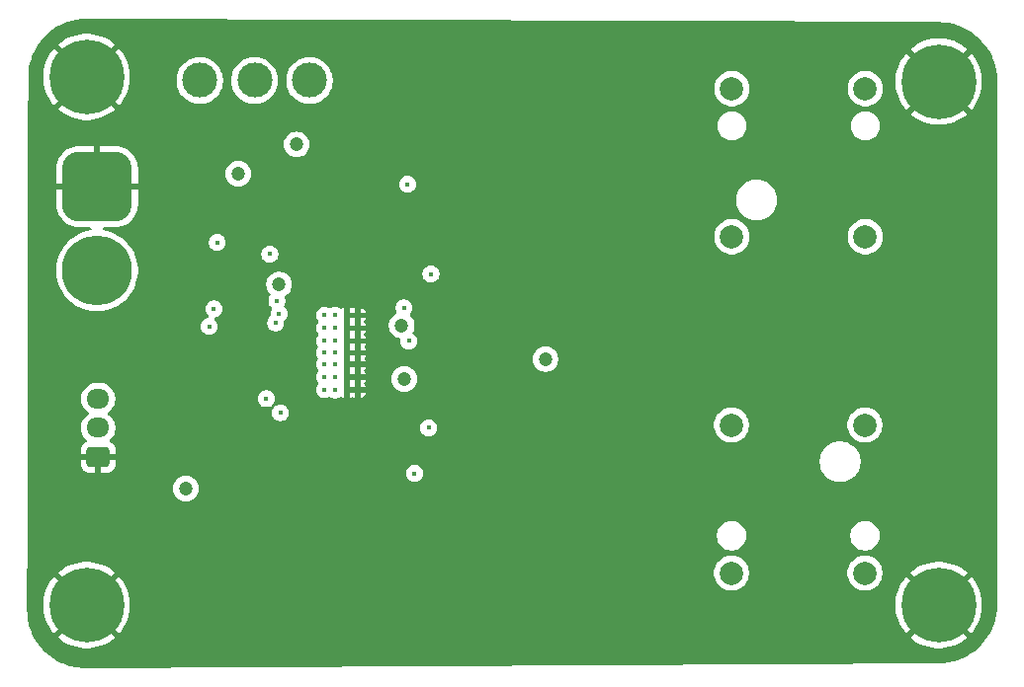
<source format=gbr>
%TF.GenerationSoftware,KiCad,Pcbnew,9.0.0*%
%TF.CreationDate,2025-03-24T15:54:36+01:00*%
%TF.ProjectId,Pcb_Ampli2,5063625f-416d-4706-9c69-322e6b696361,rev?*%
%TF.SameCoordinates,Original*%
%TF.FileFunction,Copper,L2,Inr*%
%TF.FilePolarity,Positive*%
%FSLAX46Y46*%
G04 Gerber Fmt 4.6, Leading zero omitted, Abs format (unit mm)*
G04 Created by KiCad (PCBNEW 9.0.0) date 2025-03-24 15:54:36*
%MOMM*%
%LPD*%
G01*
G04 APERTURE LIST*
G04 Aperture macros list*
%AMRoundRect*
0 Rectangle with rounded corners*
0 $1 Rounding radius*
0 $2 $3 $4 $5 $6 $7 $8 $9 X,Y pos of 4 corners*
0 Add a 4 corners polygon primitive as box body*
4,1,4,$2,$3,$4,$5,$6,$7,$8,$9,$2,$3,0*
0 Add four circle primitives for the rounded corners*
1,1,$1+$1,$2,$3*
1,1,$1+$1,$4,$5*
1,1,$1+$1,$6,$7*
1,1,$1+$1,$8,$9*
0 Add four rect primitives between the rounded corners*
20,1,$1+$1,$2,$3,$4,$5,0*
20,1,$1+$1,$4,$5,$6,$7,0*
20,1,$1+$1,$6,$7,$8,$9,0*
20,1,$1+$1,$8,$9,$2,$3,0*%
G04 Aperture macros list end*
%TA.AperFunction,ComponentPad*%
%ADD10O,0.450000X0.450000*%
%TD*%
%TA.AperFunction,ComponentPad*%
%ADD11C,0.800000*%
%TD*%
%TA.AperFunction,ComponentPad*%
%ADD12C,6.400000*%
%TD*%
%TA.AperFunction,ComponentPad*%
%ADD13RoundRect,0.250000X0.725000X-0.600000X0.725000X0.600000X-0.725000X0.600000X-0.725000X-0.600000X0*%
%TD*%
%TA.AperFunction,ComponentPad*%
%ADD14O,1.950000X1.700000*%
%TD*%
%TA.AperFunction,ComponentPad*%
%ADD15C,2.006600*%
%TD*%
%TA.AperFunction,ComponentPad*%
%ADD16RoundRect,1.500000X-1.500000X1.500000X-1.500000X-1.500000X1.500000X-1.500000X1.500000X1.500000X0*%
%TD*%
%TA.AperFunction,ComponentPad*%
%ADD17C,6.000000*%
%TD*%
%TA.AperFunction,ComponentPad*%
%ADD18C,3.000000*%
%TD*%
%TA.AperFunction,ViaPad*%
%ADD19C,0.450000*%
%TD*%
%TA.AperFunction,ViaPad*%
%ADD20C,1.200000*%
%TD*%
G04 APERTURE END LIST*
D10*
%TO.N,N/C*%
%TO.C,TPA1*%
X100871000Y-70132500D03*
X100871000Y-71232500D03*
X100871000Y-72332500D03*
X100871000Y-73332500D03*
X100871000Y-74332500D03*
X100871000Y-75432500D03*
X100871000Y-76532500D03*
X101807000Y-70142500D03*
X101807000Y-71242500D03*
X101807000Y-72352500D03*
X101807000Y-73342500D03*
X101807000Y-74342500D03*
X101807000Y-75442500D03*
X101807000Y-76542500D03*
%TO.N,GND*%
X102793000Y-70142500D03*
X102793000Y-71242500D03*
X102793000Y-72342500D03*
X102793000Y-73342500D03*
X102793000Y-74342500D03*
X102793000Y-75442500D03*
X102793000Y-76542500D03*
X103729000Y-70142500D03*
X103729000Y-71242500D03*
X103729000Y-72342500D03*
X103729000Y-73342500D03*
X103729000Y-74342500D03*
X103729000Y-75442500D03*
X103729000Y-76542500D03*
%TD*%
D11*
%TO.N,GND*%
%TO.C,H4*%
X151100000Y-95000000D03*
X151802944Y-93302944D03*
X151802944Y-96697056D03*
X153500000Y-92600000D03*
D12*
X153500000Y-95000000D03*
D11*
X153500000Y-97400000D03*
X155197056Y-93302944D03*
X155197056Y-96697056D03*
X155900000Y-95000000D03*
%TD*%
%TO.N,GND*%
%TO.C,H1*%
X78100000Y-49700000D03*
X78802944Y-48002944D03*
X78802944Y-51397056D03*
X80500000Y-47300000D03*
D12*
X80500000Y-49700000D03*
D11*
X80500000Y-52100000D03*
X82197056Y-48002944D03*
X82197056Y-51397056D03*
X82900000Y-49700000D03*
%TD*%
%TO.N,GND*%
%TO.C,H2*%
X151100000Y-50100000D03*
X151802944Y-48402944D03*
X151802944Y-51797056D03*
X153500000Y-47700000D03*
D12*
X153500000Y-50100000D03*
D11*
X153500000Y-52500000D03*
X155197056Y-48402944D03*
X155197056Y-51797056D03*
X155900000Y-50100000D03*
%TD*%
D13*
%TO.N,GND*%
%TO.C,J5*%
X81500000Y-82300000D03*
D14*
%TO.N,Net-(J5-Pin_2)*%
X81500000Y-79800000D03*
%TO.N,Net-(J5-Pin_3)*%
X81500000Y-77300000D03*
%TD*%
D11*
%TO.N,GND*%
%TO.C,H3*%
X78100000Y-95000000D03*
X78802944Y-93302944D03*
X78802944Y-96697056D03*
X80500000Y-92600000D03*
D12*
X80500000Y-95000000D03*
D11*
X80500000Y-97400000D03*
X82197056Y-93302944D03*
X82197056Y-96697056D03*
X82900000Y-95000000D03*
%TD*%
D15*
%TO.N,Net-(C27-Pad2)*%
%TO.C,J2*%
X135770000Y-50700000D03*
X147200000Y-50700000D03*
%TO.N,Net-(C28-Pad1)*%
X135770000Y-63400000D03*
X147200000Y-63400000D03*
%TD*%
D16*
%TO.N,GND*%
%TO.C,J1*%
X81400000Y-59100000D03*
D17*
%TO.N,Net-(J1-Pin_2)*%
X81400000Y-66300000D03*
%TD*%
D15*
%TO.N,Net-(C34-Pad1)*%
%TO.C,J3*%
X147181600Y-92258896D03*
X135751600Y-92258896D03*
%TO.N,Net-(C33-Pad2)*%
X147181600Y-79558896D03*
X135751600Y-79558896D03*
%TD*%
D18*
%TO.N,+24V*%
%TO.C,SW1*%
X99600000Y-50000000D03*
%TO.N,Net-(J1-Pin_2)*%
X94900000Y-50000000D03*
%TO.N,unconnected-(SW1-C-Pad3)*%
X90200000Y-50000000D03*
%TD*%
D19*
%TO.N,GND*%
X104300000Y-68000000D03*
X103000000Y-69000000D03*
X101900000Y-68000000D03*
X104500000Y-66900000D03*
X102000000Y-69000000D03*
X100200000Y-66900000D03*
X100700000Y-68000000D03*
X103100000Y-68000000D03*
X101300000Y-66900000D03*
X102400000Y-66900000D03*
X101000000Y-69000000D03*
X103300000Y-66900000D03*
X104000000Y-69000000D03*
X99100000Y-64600000D03*
X101800000Y-64600000D03*
X102800000Y-65600000D03*
X104000000Y-65600000D03*
X100600000Y-65600000D03*
X101800000Y-65600000D03*
X102800000Y-64600000D03*
X105700000Y-82200000D03*
X104800000Y-82200000D03*
X103900000Y-82200000D03*
X103000000Y-82200000D03*
X102000000Y-82200000D03*
X101100000Y-82200000D03*
X100100000Y-82200000D03*
X99100000Y-82200000D03*
X105200000Y-81200000D03*
X104200000Y-81200000D03*
X103000000Y-81200000D03*
X102000000Y-81200000D03*
X100800000Y-81200000D03*
X99600000Y-81200000D03*
X104600000Y-79900000D03*
X103500000Y-79900000D03*
X102400000Y-79900000D03*
X101500000Y-79900000D03*
X100300000Y-79900000D03*
X104100000Y-78800000D03*
X102900000Y-78800000D03*
X101700000Y-78800000D03*
X100500000Y-78800000D03*
X103800000Y-77800000D03*
X102800000Y-77800000D03*
X101800000Y-77800000D03*
X100800000Y-77800000D03*
X107000000Y-68200000D03*
X121400000Y-59600000D03*
X93325000Y-73475000D03*
X107900000Y-78400000D03*
X94400000Y-89400000D03*
X91000000Y-79600000D03*
X121500000Y-80500000D03*
X121500000Y-64700000D03*
X91200000Y-66800000D03*
X128450000Y-62850000D03*
X107650000Y-73350000D03*
X121300000Y-86900000D03*
X110400000Y-73750000D03*
X96800000Y-73250000D03*
X88100000Y-69800000D03*
X99700000Y-67700000D03*
X93300000Y-70800000D03*
D20*
%TO.N,+24V*%
X119800000Y-73900000D03*
X93500000Y-58000000D03*
X89000000Y-85000000D03*
X97000000Y-67500000D03*
X107500000Y-71000000D03*
X107700000Y-75600000D03*
X98500000Y-55500000D03*
D19*
%TO.N,Net-(TPA1-5_Input_A)*%
X96200000Y-64900000D03*
X96800000Y-68900000D03*
%TO.N,Net-(TPA1-20_VBG)*%
X95900000Y-77300000D03*
X97100000Y-78500000D03*
%TO.N,Net-(TPA1-39_OUT_A)*%
X107700000Y-69500000D03*
X108000000Y-58900000D03*
%TO.N,Net-(TPA1-35_OUT_B)*%
X110000000Y-66600000D03*
X108100000Y-72350000D03*
%TO.N,Net-(TPA1-27_OUT_D)*%
X109800000Y-79800000D03*
X108600000Y-83700000D03*
%TO.N,Net-(TPA1-7_OC_ADJ)*%
X97000000Y-70000000D03*
X91400000Y-69600000D03*
%TO.N,Net-(TPA1-8_FREQ_ADJ)*%
X96700000Y-70800000D03*
X91000000Y-71100000D03*
%TO.N,Net-(J5-Pin_3)*%
X91700000Y-63900000D03*
%TD*%
%TA.AperFunction,Conductor*%
%TO.N,GND*%
G36*
X153448435Y-45000288D02*
G01*
X153448442Y-45000290D01*
X153448456Y-45000288D01*
X153449699Y-45000293D01*
X153497976Y-45000501D01*
X153502566Y-45000605D01*
X153870276Y-45015814D01*
X153875906Y-45016177D01*
X153959956Y-45023530D01*
X153964429Y-45024004D01*
X154287028Y-45064216D01*
X154293169Y-45065140D01*
X154371766Y-45078999D01*
X154375594Y-45079737D01*
X154699008Y-45147549D01*
X154705622Y-45149128D01*
X154774576Y-45167604D01*
X154777787Y-45168512D01*
X155103169Y-45265383D01*
X155110157Y-45267692D01*
X155164056Y-45287310D01*
X155166678Y-45288299D01*
X155496425Y-45416967D01*
X155503729Y-45420089D01*
X155534837Y-45434595D01*
X155536641Y-45435458D01*
X155874902Y-45600823D01*
X155883883Y-45605683D01*
X156230070Y-45811966D01*
X156238638Y-45817564D01*
X156566593Y-46051719D01*
X156574668Y-46058005D01*
X156756591Y-46212086D01*
X156882155Y-46318433D01*
X156889695Y-46325374D01*
X157174625Y-46610304D01*
X157181566Y-46617844D01*
X157271937Y-46724545D01*
X157439655Y-46922570D01*
X157441989Y-46925325D01*
X157448284Y-46933412D01*
X157682431Y-47261355D01*
X157688037Y-47269935D01*
X157894309Y-47616105D01*
X157899186Y-47625119D01*
X158064467Y-47963206D01*
X158065450Y-47965262D01*
X158079902Y-47996255D01*
X158083036Y-48003584D01*
X158211691Y-48333300D01*
X158212696Y-48335964D01*
X158232299Y-48389822D01*
X158234622Y-48396851D01*
X158331475Y-48722173D01*
X158332405Y-48725462D01*
X158350867Y-48794364D01*
X158352453Y-48801010D01*
X158420250Y-49124350D01*
X158421005Y-49128265D01*
X158434854Y-49206807D01*
X158435786Y-49213001D01*
X158475990Y-49535538D01*
X158476470Y-49540069D01*
X158483819Y-49624067D01*
X158484185Y-49629749D01*
X158499394Y-49997437D01*
X158499500Y-50002562D01*
X158499500Y-94997437D01*
X158499394Y-95002562D01*
X158484185Y-95370249D01*
X158483819Y-95375931D01*
X158476470Y-95459929D01*
X158475990Y-95464460D01*
X158435786Y-95786997D01*
X158434854Y-95793191D01*
X158421005Y-95871733D01*
X158420250Y-95875648D01*
X158352453Y-96198988D01*
X158350867Y-96205634D01*
X158332405Y-96274536D01*
X158331475Y-96277825D01*
X158234622Y-96603147D01*
X158232299Y-96610176D01*
X158212696Y-96664034D01*
X158211691Y-96666698D01*
X158083036Y-96996414D01*
X158079902Y-97003743D01*
X158065471Y-97034691D01*
X158064489Y-97036747D01*
X157899182Y-97374889D01*
X157894304Y-97383903D01*
X157688037Y-97730064D01*
X157682431Y-97738644D01*
X157448284Y-98066587D01*
X157441989Y-98074674D01*
X157181566Y-98382155D01*
X157174625Y-98389695D01*
X156889695Y-98674625D01*
X156882155Y-98681566D01*
X156574674Y-98941989D01*
X156566587Y-98948284D01*
X156238644Y-99182431D01*
X156230064Y-99188037D01*
X155883903Y-99394304D01*
X155874889Y-99399182D01*
X155536747Y-99564489D01*
X155534691Y-99565471D01*
X155503743Y-99579902D01*
X155496414Y-99583036D01*
X155166698Y-99711691D01*
X155164034Y-99712696D01*
X155110176Y-99732299D01*
X155103147Y-99734622D01*
X154777825Y-99831475D01*
X154774536Y-99832405D01*
X154705634Y-99850867D01*
X154698988Y-99852453D01*
X154375648Y-99920250D01*
X154371733Y-99921005D01*
X154293191Y-99934854D01*
X154286997Y-99935786D01*
X153964460Y-99975990D01*
X153959929Y-99976470D01*
X153875931Y-99983819D01*
X153870249Y-99984185D01*
X153502563Y-99999394D01*
X153497438Y-99999500D01*
X153451094Y-99999500D01*
X153448534Y-99999780D01*
X80402900Y-100399483D01*
X80397097Y-100399379D01*
X80029749Y-100384185D01*
X80024065Y-100383819D01*
X79940068Y-100376470D01*
X79935538Y-100375990D01*
X79613001Y-100335786D01*
X79606807Y-100334854D01*
X79528265Y-100321005D01*
X79524350Y-100320250D01*
X79201010Y-100252453D01*
X79194364Y-100250867D01*
X79125462Y-100232405D01*
X79122173Y-100231475D01*
X78796851Y-100134622D01*
X78789822Y-100132299D01*
X78735964Y-100112696D01*
X78733300Y-100111691D01*
X78403584Y-99983036D01*
X78396255Y-99979902D01*
X78365262Y-99965450D01*
X78363206Y-99964467D01*
X78025119Y-99799186D01*
X78016105Y-99794309D01*
X77669935Y-99588037D01*
X77661355Y-99582431D01*
X77333412Y-99348284D01*
X77325325Y-99341989D01*
X77017844Y-99081566D01*
X77010304Y-99074625D01*
X76725374Y-98789695D01*
X76718433Y-98782155D01*
X76458010Y-98474674D01*
X76451715Y-98466587D01*
X76394226Y-98386069D01*
X76217564Y-98138638D01*
X76211962Y-98130064D01*
X76174138Y-98066587D01*
X76005689Y-97783893D01*
X76000823Y-97774902D01*
X75835458Y-97436641D01*
X75834595Y-97434837D01*
X75820089Y-97403729D01*
X75816962Y-97396414D01*
X75812080Y-97383903D01*
X75688299Y-97066679D01*
X75687302Y-97064034D01*
X75667692Y-97010157D01*
X75665383Y-97003169D01*
X75568512Y-96677787D01*
X75567604Y-96674576D01*
X75549128Y-96605622D01*
X75547549Y-96599008D01*
X75479737Y-96275594D01*
X75478999Y-96271766D01*
X75465140Y-96193169D01*
X75464216Y-96187028D01*
X75424004Y-95864429D01*
X75423530Y-95859956D01*
X75416177Y-95775906D01*
X75415814Y-95770277D01*
X75400610Y-95402664D01*
X75400505Y-95397350D01*
X75401772Y-94818234D01*
X76800000Y-94818234D01*
X76800000Y-95181765D01*
X76835632Y-95543556D01*
X76906550Y-95900090D01*
X76906553Y-95900101D01*
X77012086Y-96247997D01*
X77151207Y-96583864D01*
X77151209Y-96583869D01*
X77322570Y-96904462D01*
X77322581Y-96904480D01*
X77524551Y-97206750D01*
X77711678Y-97434765D01*
X77711679Y-97434766D01*
X79205747Y-95940697D01*
X79279588Y-96042330D01*
X79457670Y-96220412D01*
X79559301Y-96294251D01*
X78065232Y-97788319D01*
X78065233Y-97788320D01*
X78293249Y-97975448D01*
X78595519Y-98177418D01*
X78595537Y-98177429D01*
X78916130Y-98348790D01*
X78916135Y-98348792D01*
X79252002Y-98487913D01*
X79599898Y-98593446D01*
X79599909Y-98593449D01*
X79956443Y-98664367D01*
X80318234Y-98700000D01*
X80681766Y-98700000D01*
X81043556Y-98664367D01*
X81400090Y-98593449D01*
X81400101Y-98593446D01*
X81747997Y-98487913D01*
X82083864Y-98348792D01*
X82083869Y-98348790D01*
X82404462Y-98177429D01*
X82404480Y-98177418D01*
X82706736Y-97975457D01*
X82706750Y-97975447D01*
X82934765Y-97788320D01*
X82934766Y-97788319D01*
X81440698Y-96294251D01*
X81542330Y-96220412D01*
X81720412Y-96042330D01*
X81794251Y-95940698D01*
X83288319Y-97434766D01*
X83288320Y-97434765D01*
X83475447Y-97206750D01*
X83475457Y-97206736D01*
X83677418Y-96904480D01*
X83677429Y-96904462D01*
X83848790Y-96583869D01*
X83848792Y-96583864D01*
X83987913Y-96247997D01*
X84093446Y-95900101D01*
X84093449Y-95900090D01*
X84164367Y-95543556D01*
X84200000Y-95181765D01*
X84200000Y-94818234D01*
X149800000Y-94818234D01*
X149800000Y-95181765D01*
X149835632Y-95543556D01*
X149906550Y-95900090D01*
X149906553Y-95900101D01*
X150012086Y-96247997D01*
X150151207Y-96583864D01*
X150151209Y-96583869D01*
X150322570Y-96904462D01*
X150322581Y-96904480D01*
X150524551Y-97206750D01*
X150711678Y-97434765D01*
X150711679Y-97434766D01*
X152205747Y-95940697D01*
X152279588Y-96042330D01*
X152457670Y-96220412D01*
X152559301Y-96294251D01*
X151065232Y-97788319D01*
X151065233Y-97788320D01*
X151293249Y-97975448D01*
X151595519Y-98177418D01*
X151595537Y-98177429D01*
X151916130Y-98348790D01*
X151916135Y-98348792D01*
X152252002Y-98487913D01*
X152599898Y-98593446D01*
X152599909Y-98593449D01*
X152956443Y-98664367D01*
X153318234Y-98700000D01*
X153681766Y-98700000D01*
X154043556Y-98664367D01*
X154400090Y-98593449D01*
X154400101Y-98593446D01*
X154747997Y-98487913D01*
X155083864Y-98348792D01*
X155083869Y-98348790D01*
X155404462Y-98177429D01*
X155404480Y-98177418D01*
X155706736Y-97975457D01*
X155706750Y-97975447D01*
X155934765Y-97788320D01*
X155934766Y-97788319D01*
X154440698Y-96294251D01*
X154542330Y-96220412D01*
X154720412Y-96042330D01*
X154794251Y-95940698D01*
X156288319Y-97434766D01*
X156288320Y-97434765D01*
X156475447Y-97206750D01*
X156475457Y-97206736D01*
X156677418Y-96904480D01*
X156677429Y-96904462D01*
X156848790Y-96583869D01*
X156848792Y-96583864D01*
X156987913Y-96247997D01*
X157093446Y-95900101D01*
X157093449Y-95900090D01*
X157164367Y-95543556D01*
X157200000Y-95181765D01*
X157200000Y-94818234D01*
X157164367Y-94456443D01*
X157093449Y-94099909D01*
X157093446Y-94099898D01*
X156987913Y-93752002D01*
X156848792Y-93416135D01*
X156848790Y-93416130D01*
X156677429Y-93095537D01*
X156677418Y-93095519D01*
X156475448Y-92793249D01*
X156288320Y-92565233D01*
X156288319Y-92565232D01*
X154794251Y-94059300D01*
X154720412Y-93957670D01*
X154542330Y-93779588D01*
X154440698Y-93705748D01*
X155934766Y-92211679D01*
X155934765Y-92211678D01*
X155706750Y-92024551D01*
X155404480Y-91822581D01*
X155404462Y-91822570D01*
X155083869Y-91651209D01*
X155083864Y-91651207D01*
X154747997Y-91512086D01*
X154400101Y-91406553D01*
X154400090Y-91406550D01*
X154043556Y-91335632D01*
X153681766Y-91300000D01*
X153318234Y-91300000D01*
X152956443Y-91335632D01*
X152599909Y-91406550D01*
X152599898Y-91406553D01*
X152252002Y-91512086D01*
X151916135Y-91651207D01*
X151916130Y-91651209D01*
X151595537Y-91822570D01*
X151595519Y-91822581D01*
X151293258Y-92024545D01*
X151293254Y-92024548D01*
X151065233Y-92211679D01*
X151065233Y-92211680D01*
X152559301Y-93705748D01*
X152457670Y-93779588D01*
X152279588Y-93957670D01*
X152205748Y-94059301D01*
X150711680Y-92565233D01*
X150711679Y-92565233D01*
X150524548Y-92793254D01*
X150524545Y-92793258D01*
X150322581Y-93095519D01*
X150322570Y-93095537D01*
X150151209Y-93416130D01*
X150151207Y-93416135D01*
X150012086Y-93752002D01*
X149906553Y-94099898D01*
X149906550Y-94099909D01*
X149835632Y-94456443D01*
X149800000Y-94818234D01*
X84200000Y-94818234D01*
X84164367Y-94456443D01*
X84093449Y-94099909D01*
X84093446Y-94099898D01*
X83987913Y-93752002D01*
X83848792Y-93416135D01*
X83848790Y-93416130D01*
X83677429Y-93095537D01*
X83677418Y-93095519D01*
X83475448Y-92793249D01*
X83288320Y-92565233D01*
X83288319Y-92565232D01*
X81794251Y-94059300D01*
X81720412Y-93957670D01*
X81542330Y-93779588D01*
X81440698Y-93705748D01*
X82934766Y-92211679D01*
X82934766Y-92211678D01*
X82848089Y-92140544D01*
X134247800Y-92140544D01*
X134247800Y-92377247D01*
X134284829Y-92611038D01*
X134284829Y-92611041D01*
X134357972Y-92836152D01*
X134357974Y-92836155D01*
X134465435Y-93047059D01*
X134604566Y-93238556D01*
X134771940Y-93405930D01*
X134963437Y-93545061D01*
X135133195Y-93631557D01*
X135174343Y-93652523D01*
X135399455Y-93725666D01*
X135399456Y-93725666D01*
X135399459Y-93725667D01*
X135633248Y-93762696D01*
X135633249Y-93762696D01*
X135869951Y-93762696D01*
X135869952Y-93762696D01*
X136103741Y-93725667D01*
X136103744Y-93725666D01*
X136103745Y-93725666D01*
X136328856Y-93652523D01*
X136328856Y-93652522D01*
X136328859Y-93652522D01*
X136539763Y-93545061D01*
X136731260Y-93405930D01*
X136898634Y-93238556D01*
X137037765Y-93047059D01*
X137145226Y-92836155D01*
X137218371Y-92611037D01*
X137255400Y-92377248D01*
X137255400Y-92140544D01*
X145677800Y-92140544D01*
X145677800Y-92377247D01*
X145714829Y-92611038D01*
X145714829Y-92611041D01*
X145787972Y-92836152D01*
X145787974Y-92836155D01*
X145895435Y-93047059D01*
X146034566Y-93238556D01*
X146201940Y-93405930D01*
X146393437Y-93545061D01*
X146563195Y-93631557D01*
X146604343Y-93652523D01*
X146829455Y-93725666D01*
X146829456Y-93725666D01*
X146829459Y-93725667D01*
X147063248Y-93762696D01*
X147063249Y-93762696D01*
X147299951Y-93762696D01*
X147299952Y-93762696D01*
X147533741Y-93725667D01*
X147533744Y-93725666D01*
X147533745Y-93725666D01*
X147758856Y-93652523D01*
X147758856Y-93652522D01*
X147758859Y-93652522D01*
X147969763Y-93545061D01*
X148161260Y-93405930D01*
X148328634Y-93238556D01*
X148467765Y-93047059D01*
X148575226Y-92836155D01*
X148648371Y-92611037D01*
X148685400Y-92377248D01*
X148685400Y-92140544D01*
X148648371Y-91906755D01*
X148648370Y-91906751D01*
X148648370Y-91906750D01*
X148575227Y-91681639D01*
X148467764Y-91470732D01*
X148421133Y-91406550D01*
X148328634Y-91279236D01*
X148161260Y-91111862D01*
X147969763Y-90972731D01*
X147758856Y-90865268D01*
X147533744Y-90792125D01*
X147358399Y-90764353D01*
X147299952Y-90755096D01*
X147063248Y-90755096D01*
X146985318Y-90767439D01*
X146829457Y-90792125D01*
X146829454Y-90792125D01*
X146604343Y-90865268D01*
X146393436Y-90972731D01*
X146284180Y-91052110D01*
X146201940Y-91111862D01*
X146201938Y-91111864D01*
X146201937Y-91111864D01*
X146034568Y-91279233D01*
X146034568Y-91279234D01*
X146034566Y-91279236D01*
X146019480Y-91300000D01*
X145895435Y-91470732D01*
X145787972Y-91681639D01*
X145714829Y-91906750D01*
X145714829Y-91906753D01*
X145677800Y-92140544D01*
X137255400Y-92140544D01*
X137218371Y-91906755D01*
X137218370Y-91906751D01*
X137218370Y-91906750D01*
X137145227Y-91681639D01*
X137037764Y-91470732D01*
X136991133Y-91406550D01*
X136898634Y-91279236D01*
X136731260Y-91111862D01*
X136539763Y-90972731D01*
X136328856Y-90865268D01*
X136103744Y-90792125D01*
X135928399Y-90764353D01*
X135869952Y-90755096D01*
X135633248Y-90755096D01*
X135555318Y-90767439D01*
X135399457Y-90792125D01*
X135399454Y-90792125D01*
X135174343Y-90865268D01*
X134963436Y-90972731D01*
X134854180Y-91052110D01*
X134771940Y-91111862D01*
X134771938Y-91111864D01*
X134771937Y-91111864D01*
X134604568Y-91279233D01*
X134604568Y-91279234D01*
X134604566Y-91279236D01*
X134589480Y-91300000D01*
X134465435Y-91470732D01*
X134357972Y-91681639D01*
X134284829Y-91906750D01*
X134284829Y-91906753D01*
X134247800Y-92140544D01*
X82848089Y-92140544D01*
X82706750Y-92024551D01*
X82404480Y-91822581D01*
X82404462Y-91822570D01*
X82083869Y-91651209D01*
X82083864Y-91651207D01*
X81747997Y-91512086D01*
X81400101Y-91406553D01*
X81400090Y-91406550D01*
X81043556Y-91335632D01*
X80681766Y-91300000D01*
X80318234Y-91300000D01*
X79956443Y-91335632D01*
X79599909Y-91406550D01*
X79599898Y-91406553D01*
X79252002Y-91512086D01*
X78916135Y-91651207D01*
X78916130Y-91651209D01*
X78595537Y-91822570D01*
X78595519Y-91822581D01*
X78293258Y-92024545D01*
X78293254Y-92024548D01*
X78065233Y-92211679D01*
X78065233Y-92211680D01*
X79559301Y-93705748D01*
X79457670Y-93779588D01*
X79279588Y-93957670D01*
X79205748Y-94059301D01*
X77711680Y-92565233D01*
X77711679Y-92565233D01*
X77524548Y-92793254D01*
X77524545Y-92793258D01*
X77322581Y-93095519D01*
X77322570Y-93095537D01*
X77151209Y-93416130D01*
X77151207Y-93416135D01*
X77012086Y-93752002D01*
X76906553Y-94099898D01*
X76906550Y-94099909D01*
X76835632Y-94456443D01*
X76800000Y-94818234D01*
X75401772Y-94818234D01*
X75414590Y-88960212D01*
X134497800Y-88960212D01*
X134497800Y-89157563D01*
X134528673Y-89352488D01*
X134528673Y-89352491D01*
X134589656Y-89540177D01*
X134589658Y-89540180D01*
X134679254Y-89716022D01*
X134795255Y-89875684D01*
X134934804Y-90015233D01*
X135094466Y-90131234D01*
X135270308Y-90220830D01*
X135270310Y-90220831D01*
X135457997Y-90281814D01*
X135457998Y-90281814D01*
X135458001Y-90281815D01*
X135652924Y-90312688D01*
X135652925Y-90312688D01*
X135850275Y-90312688D01*
X135850276Y-90312688D01*
X136045199Y-90281815D01*
X136045202Y-90281814D01*
X136045203Y-90281814D01*
X136232889Y-90220831D01*
X136232889Y-90220830D01*
X136232892Y-90220830D01*
X136408734Y-90131234D01*
X136568396Y-90015233D01*
X136707945Y-89875684D01*
X136823946Y-89716022D01*
X136913542Y-89540180D01*
X136974527Y-89352487D01*
X137005400Y-89157564D01*
X137005400Y-88960212D01*
X145927800Y-88960212D01*
X145927800Y-89157563D01*
X145958673Y-89352488D01*
X145958673Y-89352491D01*
X146019656Y-89540177D01*
X146019658Y-89540180D01*
X146109254Y-89716022D01*
X146225255Y-89875684D01*
X146364804Y-90015233D01*
X146524466Y-90131234D01*
X146700308Y-90220830D01*
X146700310Y-90220831D01*
X146887997Y-90281814D01*
X146887998Y-90281814D01*
X146888001Y-90281815D01*
X147082924Y-90312688D01*
X147082925Y-90312688D01*
X147280275Y-90312688D01*
X147280276Y-90312688D01*
X147475199Y-90281815D01*
X147475202Y-90281814D01*
X147475203Y-90281814D01*
X147662889Y-90220831D01*
X147662889Y-90220830D01*
X147662892Y-90220830D01*
X147838734Y-90131234D01*
X147998396Y-90015233D01*
X148137945Y-89875684D01*
X148253946Y-89716022D01*
X148343542Y-89540180D01*
X148404527Y-89352487D01*
X148435400Y-89157564D01*
X148435400Y-88960212D01*
X148404527Y-88765289D01*
X148404526Y-88765285D01*
X148404526Y-88765284D01*
X148343543Y-88577598D01*
X148253945Y-88401753D01*
X148137945Y-88242092D01*
X147998396Y-88102543D01*
X147838734Y-87986542D01*
X147662889Y-87896944D01*
X147475202Y-87835961D01*
X147329006Y-87812806D01*
X147280276Y-87805088D01*
X147082924Y-87805088D01*
X147017949Y-87815379D01*
X146887999Y-87835961D01*
X146887996Y-87835961D01*
X146700310Y-87896944D01*
X146524465Y-87986542D01*
X146364801Y-88102545D01*
X146225257Y-88242089D01*
X146109254Y-88401753D01*
X146019656Y-88577598D01*
X145958673Y-88765284D01*
X145958673Y-88765287D01*
X145927800Y-88960212D01*
X137005400Y-88960212D01*
X136974527Y-88765289D01*
X136974526Y-88765285D01*
X136974526Y-88765284D01*
X136913543Y-88577598D01*
X136823945Y-88401753D01*
X136707945Y-88242092D01*
X136568396Y-88102543D01*
X136408734Y-87986542D01*
X136232889Y-87896944D01*
X136045202Y-87835961D01*
X135899006Y-87812806D01*
X135850276Y-87805088D01*
X135652924Y-87805088D01*
X135587949Y-87815379D01*
X135457999Y-87835961D01*
X135457996Y-87835961D01*
X135270310Y-87896944D01*
X135094465Y-87986542D01*
X134934801Y-88102545D01*
X134795257Y-88242089D01*
X134679254Y-88401753D01*
X134589656Y-88577598D01*
X134528673Y-88765284D01*
X134528673Y-88765287D01*
X134497800Y-88960212D01*
X75414590Y-88960212D01*
X75423445Y-84913389D01*
X87899500Y-84913389D01*
X87899500Y-85086611D01*
X87926598Y-85257701D01*
X87980127Y-85422445D01*
X88058768Y-85576788D01*
X88160586Y-85716928D01*
X88283072Y-85839414D01*
X88423212Y-85941232D01*
X88577555Y-86019873D01*
X88742299Y-86073402D01*
X88913389Y-86100500D01*
X88913390Y-86100500D01*
X89086610Y-86100500D01*
X89086611Y-86100500D01*
X89257701Y-86073402D01*
X89422445Y-86019873D01*
X89576788Y-85941232D01*
X89716928Y-85839414D01*
X89839414Y-85716928D01*
X89941232Y-85576788D01*
X90019873Y-85422445D01*
X90073402Y-85257701D01*
X90100500Y-85086611D01*
X90100500Y-84913389D01*
X90073402Y-84742299D01*
X90019873Y-84577555D01*
X89941232Y-84423212D01*
X89839414Y-84283072D01*
X89716928Y-84160586D01*
X89576788Y-84058768D01*
X89422445Y-83980127D01*
X89257701Y-83926598D01*
X89257699Y-83926597D01*
X89257698Y-83926597D01*
X89126271Y-83905781D01*
X89086611Y-83899500D01*
X88913389Y-83899500D01*
X88873728Y-83905781D01*
X88742302Y-83926597D01*
X88577552Y-83980128D01*
X88423211Y-84058768D01*
X88343256Y-84116859D01*
X88283072Y-84160586D01*
X88283070Y-84160588D01*
X88283069Y-84160588D01*
X88160588Y-84283069D01*
X88160588Y-84283070D01*
X88160586Y-84283072D01*
X88117100Y-84342925D01*
X88058768Y-84423211D01*
X87980128Y-84577552D01*
X87926597Y-84742302D01*
X87900315Y-84908246D01*
X87899500Y-84913389D01*
X75423445Y-84913389D01*
X75425944Y-83771457D01*
X107874499Y-83771457D01*
X107902379Y-83911614D01*
X107902381Y-83911620D01*
X107957069Y-84043650D01*
X107957074Y-84043659D01*
X108036467Y-84162478D01*
X108036470Y-84162482D01*
X108137517Y-84263529D01*
X108137521Y-84263532D01*
X108256340Y-84342925D01*
X108256346Y-84342928D01*
X108256347Y-84342929D01*
X108388380Y-84397619D01*
X108388384Y-84397619D01*
X108388385Y-84397620D01*
X108528542Y-84425500D01*
X108528545Y-84425500D01*
X108671457Y-84425500D01*
X108765751Y-84406742D01*
X108811620Y-84397619D01*
X108943653Y-84342929D01*
X109062479Y-84263532D01*
X109163532Y-84162479D01*
X109242929Y-84043653D01*
X109297619Y-83911620D01*
X109325500Y-83771455D01*
X109325500Y-83628545D01*
X109325500Y-83628542D01*
X109297620Y-83488385D01*
X109297619Y-83488384D01*
X109297619Y-83488380D01*
X109242929Y-83356347D01*
X109242928Y-83356346D01*
X109242925Y-83356340D01*
X109163532Y-83237521D01*
X109163529Y-83237517D01*
X109062482Y-83136470D01*
X109062478Y-83136467D01*
X108943659Y-83057074D01*
X108943650Y-83057069D01*
X108811620Y-83002381D01*
X108811614Y-83002379D01*
X108671457Y-82974500D01*
X108671455Y-82974500D01*
X108528545Y-82974500D01*
X108528543Y-82974500D01*
X108388385Y-83002379D01*
X108388379Y-83002381D01*
X108256349Y-83057069D01*
X108256340Y-83057074D01*
X108137521Y-83136467D01*
X108137517Y-83136470D01*
X108036470Y-83237517D01*
X108036467Y-83237521D01*
X107957074Y-83356340D01*
X107957069Y-83356349D01*
X107902381Y-83488379D01*
X107902379Y-83488385D01*
X107874500Y-83628542D01*
X107874500Y-83628545D01*
X107874500Y-83771455D01*
X107874500Y-83771457D01*
X107874499Y-83771457D01*
X75425944Y-83771457D01*
X75440337Y-77193713D01*
X80024500Y-77193713D01*
X80024500Y-77406287D01*
X80057754Y-77616243D01*
X80118234Y-77802381D01*
X80123444Y-77818414D01*
X80219951Y-78007820D01*
X80344890Y-78179786D01*
X80495209Y-78330105D01*
X80495214Y-78330109D01*
X80659793Y-78449682D01*
X80702459Y-78505011D01*
X80708438Y-78574625D01*
X80675833Y-78636420D01*
X80659793Y-78650318D01*
X80495214Y-78769890D01*
X80495209Y-78769894D01*
X80344890Y-78920213D01*
X80219951Y-79092179D01*
X80123444Y-79281585D01*
X80057753Y-79483760D01*
X80041183Y-79588379D01*
X80024500Y-79693713D01*
X80024500Y-79906287D01*
X80057754Y-80116243D01*
X80105269Y-80262479D01*
X80123444Y-80318414D01*
X80219951Y-80507820D01*
X80344890Y-80679786D01*
X80484068Y-80818964D01*
X80517553Y-80880287D01*
X80512569Y-80949979D01*
X80470697Y-81005912D01*
X80461484Y-81012183D01*
X80306659Y-81107680D01*
X80306655Y-81107683D01*
X80182684Y-81231654D01*
X80090643Y-81380875D01*
X80090641Y-81380880D01*
X80035494Y-81547302D01*
X80035493Y-81547309D01*
X80025000Y-81650013D01*
X80025000Y-82050000D01*
X81095854Y-82050000D01*
X81057370Y-82116657D01*
X81025000Y-82237465D01*
X81025000Y-82362535D01*
X81057370Y-82483343D01*
X81095854Y-82550000D01*
X80025001Y-82550000D01*
X80025001Y-82949986D01*
X80035494Y-83052697D01*
X80090641Y-83219119D01*
X80090643Y-83219124D01*
X80182684Y-83368345D01*
X80306654Y-83492315D01*
X80455875Y-83584356D01*
X80455880Y-83584358D01*
X80622302Y-83639505D01*
X80622309Y-83639506D01*
X80725019Y-83649999D01*
X81249999Y-83649999D01*
X81250000Y-83649998D01*
X81250000Y-82704145D01*
X81316657Y-82742630D01*
X81437465Y-82775000D01*
X81562535Y-82775000D01*
X81683343Y-82742630D01*
X81750000Y-82704145D01*
X81750000Y-83649999D01*
X82274972Y-83649999D01*
X82274986Y-83649998D01*
X82377697Y-83639505D01*
X82544119Y-83584358D01*
X82544124Y-83584356D01*
X82653465Y-83516914D01*
X82693345Y-83492315D01*
X82817315Y-83368345D01*
X82909356Y-83219124D01*
X82909358Y-83219119D01*
X82964505Y-83052697D01*
X82964506Y-83052690D01*
X82974999Y-82949986D01*
X82975000Y-82949973D01*
X82975000Y-82594250D01*
X143302500Y-82594250D01*
X143302500Y-82823549D01*
X143319145Y-82949973D01*
X143332428Y-83050865D01*
X143334091Y-83057071D01*
X143391771Y-83272338D01*
X143479511Y-83484160D01*
X143479515Y-83484170D01*
X143594155Y-83682732D01*
X143733733Y-83864634D01*
X143733739Y-83864641D01*
X143895858Y-84026760D01*
X143895865Y-84026766D01*
X144077767Y-84166344D01*
X144276329Y-84280984D01*
X144276330Y-84280984D01*
X144276333Y-84280986D01*
X144417553Y-84339481D01*
X144488161Y-84368728D01*
X144488162Y-84368728D01*
X144488164Y-84368729D01*
X144709635Y-84428072D01*
X144936958Y-84458000D01*
X144936965Y-84458000D01*
X145166235Y-84458000D01*
X145166242Y-84458000D01*
X145393565Y-84428072D01*
X145615036Y-84368729D01*
X145826867Y-84280986D01*
X146025433Y-84166344D01*
X146207336Y-84026765D01*
X146369465Y-83864636D01*
X146509044Y-83682733D01*
X146623686Y-83484167D01*
X146711429Y-83272336D01*
X146770772Y-83050865D01*
X146800700Y-82823542D01*
X146800700Y-82594258D01*
X146770772Y-82366935D01*
X146711429Y-82145464D01*
X146623686Y-81933633D01*
X146509044Y-81735067D01*
X146369465Y-81553164D01*
X146369460Y-81553158D01*
X146207341Y-81391039D01*
X146207334Y-81391033D01*
X146025432Y-81251455D01*
X145826870Y-81136815D01*
X145826860Y-81136811D01*
X145615038Y-81049071D01*
X145504300Y-81019399D01*
X145393565Y-80989728D01*
X145343048Y-80983077D01*
X145166249Y-80959800D01*
X145166242Y-80959800D01*
X144936958Y-80959800D01*
X144936950Y-80959800D01*
X144734893Y-80986402D01*
X144709635Y-80989728D01*
X144654267Y-81004563D01*
X144488161Y-81049071D01*
X144276339Y-81136811D01*
X144276329Y-81136815D01*
X144077767Y-81251455D01*
X143895865Y-81391033D01*
X143895858Y-81391039D01*
X143733739Y-81553158D01*
X143733733Y-81553165D01*
X143594155Y-81735067D01*
X143479515Y-81933629D01*
X143479511Y-81933639D01*
X143391771Y-82145461D01*
X143332428Y-82366936D01*
X143302500Y-82594250D01*
X82975000Y-82594250D01*
X82975000Y-82550000D01*
X81904146Y-82550000D01*
X81942630Y-82483343D01*
X81975000Y-82362535D01*
X81975000Y-82237465D01*
X81942630Y-82116657D01*
X81904146Y-82050000D01*
X82974999Y-82050000D01*
X82974999Y-81650028D01*
X82974998Y-81650013D01*
X82964505Y-81547302D01*
X82909358Y-81380880D01*
X82909356Y-81380875D01*
X82817315Y-81231654D01*
X82693345Y-81107684D01*
X82538515Y-81012184D01*
X82491791Y-80960236D01*
X82480568Y-80891273D01*
X82508412Y-80827191D01*
X82515909Y-80818986D01*
X82655104Y-80679792D01*
X82780051Y-80507816D01*
X82876557Y-80318412D01*
X82942246Y-80116243D01*
X82975500Y-79906287D01*
X82975500Y-79871457D01*
X109074499Y-79871457D01*
X109102379Y-80011614D01*
X109102381Y-80011620D01*
X109157069Y-80143650D01*
X109157074Y-80143659D01*
X109236467Y-80262478D01*
X109236470Y-80262482D01*
X109337517Y-80363529D01*
X109337521Y-80363532D01*
X109456340Y-80442925D01*
X109456346Y-80442928D01*
X109456347Y-80442929D01*
X109588380Y-80497619D01*
X109588384Y-80497619D01*
X109588385Y-80497620D01*
X109728542Y-80525500D01*
X109728545Y-80525500D01*
X109871457Y-80525500D01*
X109965751Y-80506742D01*
X110011620Y-80497619D01*
X110143653Y-80442929D01*
X110262479Y-80363532D01*
X110363532Y-80262479D01*
X110442929Y-80143653D01*
X110497619Y-80011620D01*
X110517626Y-79911041D01*
X110525500Y-79871457D01*
X110525500Y-79728542D01*
X110497620Y-79588385D01*
X110497619Y-79588384D01*
X110497619Y-79588380D01*
X110442929Y-79456347D01*
X110442928Y-79456346D01*
X110442925Y-79456340D01*
X110432370Y-79440544D01*
X134247800Y-79440544D01*
X134247800Y-79677247D01*
X134284829Y-79911038D01*
X134284829Y-79911041D01*
X134357972Y-80136152D01*
X134361794Y-80143653D01*
X134465435Y-80347059D01*
X134604566Y-80538556D01*
X134771940Y-80705930D01*
X134963437Y-80845061D01*
X135169350Y-80949979D01*
X135174343Y-80952523D01*
X135399455Y-81025666D01*
X135399456Y-81025666D01*
X135399459Y-81025667D01*
X135633248Y-81062696D01*
X135633249Y-81062696D01*
X135869951Y-81062696D01*
X135869952Y-81062696D01*
X136103741Y-81025667D01*
X136103744Y-81025666D01*
X136103745Y-81025666D01*
X136328856Y-80952523D01*
X136328856Y-80952522D01*
X136328859Y-80952522D01*
X136539763Y-80845061D01*
X136731260Y-80705930D01*
X136898634Y-80538556D01*
X137037765Y-80347059D01*
X137145226Y-80136155D01*
X137218371Y-79911037D01*
X137255400Y-79677248D01*
X137255400Y-79440544D01*
X145677800Y-79440544D01*
X145677800Y-79677247D01*
X145714829Y-79911038D01*
X145714829Y-79911041D01*
X145787972Y-80136152D01*
X145791794Y-80143653D01*
X145895435Y-80347059D01*
X146034566Y-80538556D01*
X146201940Y-80705930D01*
X146393437Y-80845061D01*
X146599350Y-80949979D01*
X146604343Y-80952523D01*
X146829455Y-81025666D01*
X146829456Y-81025666D01*
X146829459Y-81025667D01*
X147063248Y-81062696D01*
X147063249Y-81062696D01*
X147299951Y-81062696D01*
X147299952Y-81062696D01*
X147533741Y-81025667D01*
X147533744Y-81025666D01*
X147533745Y-81025666D01*
X147758856Y-80952523D01*
X147758856Y-80952522D01*
X147758859Y-80952522D01*
X147969763Y-80845061D01*
X148161260Y-80705930D01*
X148328634Y-80538556D01*
X148467765Y-80347059D01*
X148575226Y-80136155D01*
X148648371Y-79911037D01*
X148685400Y-79677248D01*
X148685400Y-79440544D01*
X148648371Y-79206755D01*
X148648370Y-79206751D01*
X148648370Y-79206750D01*
X148575227Y-78981639D01*
X148565466Y-78962482D01*
X148467765Y-78770733D01*
X148328634Y-78579236D01*
X148161260Y-78411862D01*
X147969763Y-78272731D01*
X147758856Y-78165268D01*
X147533744Y-78092125D01*
X147358399Y-78064353D01*
X147299952Y-78055096D01*
X147063248Y-78055096D01*
X146985318Y-78067439D01*
X146829457Y-78092125D01*
X146829454Y-78092125D01*
X146604343Y-78165268D01*
X146393436Y-78272731D01*
X146314463Y-78330109D01*
X146201940Y-78411862D01*
X146201938Y-78411864D01*
X146201937Y-78411864D01*
X146034568Y-78579233D01*
X146034568Y-78579234D01*
X146034566Y-78579236D01*
X146023121Y-78594989D01*
X145895435Y-78770732D01*
X145787972Y-78981639D01*
X145714829Y-79206750D01*
X145714829Y-79206753D01*
X145677800Y-79440544D01*
X137255400Y-79440544D01*
X137218371Y-79206755D01*
X137218370Y-79206751D01*
X137218370Y-79206750D01*
X137145227Y-78981639D01*
X137135466Y-78962482D01*
X137037765Y-78770733D01*
X136898634Y-78579236D01*
X136731260Y-78411862D01*
X136539763Y-78272731D01*
X136328856Y-78165268D01*
X136103744Y-78092125D01*
X135928399Y-78064353D01*
X135869952Y-78055096D01*
X135633248Y-78055096D01*
X135555318Y-78067439D01*
X135399457Y-78092125D01*
X135399454Y-78092125D01*
X135174343Y-78165268D01*
X134963436Y-78272731D01*
X134884463Y-78330109D01*
X134771940Y-78411862D01*
X134771938Y-78411864D01*
X134771937Y-78411864D01*
X134604568Y-78579233D01*
X134604568Y-78579234D01*
X134604566Y-78579236D01*
X134593121Y-78594989D01*
X134465435Y-78770732D01*
X134357972Y-78981639D01*
X134284829Y-79206750D01*
X134284829Y-79206753D01*
X134247800Y-79440544D01*
X110432370Y-79440544D01*
X110363532Y-79337521D01*
X110363529Y-79337517D01*
X110262482Y-79236470D01*
X110262478Y-79236467D01*
X110143659Y-79157074D01*
X110143650Y-79157069D01*
X110011620Y-79102381D01*
X110011614Y-79102379D01*
X109871457Y-79074500D01*
X109871455Y-79074500D01*
X109728545Y-79074500D01*
X109728543Y-79074500D01*
X109588385Y-79102379D01*
X109588379Y-79102381D01*
X109456349Y-79157069D01*
X109456340Y-79157074D01*
X109337521Y-79236467D01*
X109337517Y-79236470D01*
X109236470Y-79337517D01*
X109236467Y-79337521D01*
X109157074Y-79456340D01*
X109157069Y-79456349D01*
X109102381Y-79588379D01*
X109102379Y-79588385D01*
X109074500Y-79728542D01*
X109074500Y-79728545D01*
X109074500Y-79871455D01*
X109074500Y-79871457D01*
X109074499Y-79871457D01*
X82975500Y-79871457D01*
X82975500Y-79693713D01*
X82942246Y-79483757D01*
X82876557Y-79281588D01*
X82780051Y-79092184D01*
X82780049Y-79092181D01*
X82780048Y-79092179D01*
X82655109Y-78920213D01*
X82504792Y-78769896D01*
X82424573Y-78711614D01*
X82340204Y-78650316D01*
X82297540Y-78594989D01*
X82295519Y-78571457D01*
X96374499Y-78571457D01*
X96402379Y-78711614D01*
X96402381Y-78711620D01*
X96457069Y-78843650D01*
X96457074Y-78843659D01*
X96536467Y-78962478D01*
X96536470Y-78962482D01*
X96637517Y-79063529D01*
X96637521Y-79063532D01*
X96756340Y-79142925D01*
X96756346Y-79142928D01*
X96756347Y-79142929D01*
X96888380Y-79197619D01*
X96888384Y-79197619D01*
X96888385Y-79197620D01*
X97028542Y-79225500D01*
X97028545Y-79225500D01*
X97171457Y-79225500D01*
X97265751Y-79206742D01*
X97311620Y-79197619D01*
X97443653Y-79142929D01*
X97562479Y-79063532D01*
X97663532Y-78962479D01*
X97742929Y-78843653D01*
X97797619Y-78711620D01*
X97810881Y-78644949D01*
X97825500Y-78571457D01*
X97825500Y-78428542D01*
X97797620Y-78288385D01*
X97797619Y-78288384D01*
X97797619Y-78288380D01*
X97742929Y-78156347D01*
X97742928Y-78156346D01*
X97742925Y-78156340D01*
X97663532Y-78037521D01*
X97663529Y-78037517D01*
X97562482Y-77936470D01*
X97562478Y-77936467D01*
X97443659Y-77857074D01*
X97443650Y-77857069D01*
X97311620Y-77802381D01*
X97311614Y-77802379D01*
X97171457Y-77774500D01*
X97171455Y-77774500D01*
X97028545Y-77774500D01*
X97028543Y-77774500D01*
X96888385Y-77802379D01*
X96888379Y-77802381D01*
X96756349Y-77857069D01*
X96756340Y-77857074D01*
X96641656Y-77933704D01*
X96641652Y-77933707D01*
X96637521Y-77936468D01*
X96536468Y-78037521D01*
X96533707Y-78041652D01*
X96533704Y-78041656D01*
X96457074Y-78156340D01*
X96457069Y-78156349D01*
X96402381Y-78288379D01*
X96402379Y-78288385D01*
X96374500Y-78428542D01*
X96374500Y-78428545D01*
X96374500Y-78571455D01*
X96374500Y-78571457D01*
X96374499Y-78571457D01*
X82295519Y-78571457D01*
X82291561Y-78525376D01*
X82324166Y-78463580D01*
X82340199Y-78449686D01*
X82504792Y-78330104D01*
X82655104Y-78179792D01*
X82655106Y-78179788D01*
X82655109Y-78179786D01*
X82780048Y-78007820D01*
X82780047Y-78007820D01*
X82780051Y-78007816D01*
X82876557Y-77818412D01*
X82942246Y-77616243D01*
X82975500Y-77406287D01*
X82975500Y-77371457D01*
X95174499Y-77371457D01*
X95202379Y-77511614D01*
X95202381Y-77511620D01*
X95257069Y-77643650D01*
X95257074Y-77643659D01*
X95336467Y-77762478D01*
X95336470Y-77762482D01*
X95437517Y-77863529D01*
X95437521Y-77863532D01*
X95556340Y-77942925D01*
X95556346Y-77942928D01*
X95556347Y-77942929D01*
X95688380Y-77997619D01*
X95688384Y-77997619D01*
X95688385Y-77997620D01*
X95828542Y-78025500D01*
X95828545Y-78025500D01*
X95971457Y-78025500D01*
X96065751Y-78006742D01*
X96111620Y-77997619D01*
X96243653Y-77942929D01*
X96362479Y-77863532D01*
X96463532Y-77762479D01*
X96542929Y-77643653D01*
X96597619Y-77511620D01*
X96606742Y-77465751D01*
X96625500Y-77371457D01*
X96625500Y-77228542D01*
X96597620Y-77088385D01*
X96597619Y-77088384D01*
X96597619Y-77088380D01*
X96542929Y-76956347D01*
X96542928Y-76956346D01*
X96542925Y-76956340D01*
X96463532Y-76837521D01*
X96463529Y-76837517D01*
X96362482Y-76736470D01*
X96362478Y-76736467D01*
X96243659Y-76657074D01*
X96243650Y-76657069D01*
X96111620Y-76602381D01*
X96111614Y-76602379D01*
X95971457Y-76574500D01*
X95971455Y-76574500D01*
X95828545Y-76574500D01*
X95828543Y-76574500D01*
X95688385Y-76602379D01*
X95688379Y-76602381D01*
X95556349Y-76657069D01*
X95556340Y-76657074D01*
X95437521Y-76736467D01*
X95437517Y-76736470D01*
X95336470Y-76837517D01*
X95336467Y-76837521D01*
X95257074Y-76956340D01*
X95257069Y-76956349D01*
X95202381Y-77088379D01*
X95202379Y-77088385D01*
X95174500Y-77228542D01*
X95174500Y-77228545D01*
X95174500Y-77371455D01*
X95174500Y-77371457D01*
X95174499Y-77371457D01*
X82975500Y-77371457D01*
X82975500Y-77193713D01*
X82942246Y-76983757D01*
X82876557Y-76781588D01*
X82780051Y-76592184D01*
X82780049Y-76592181D01*
X82780048Y-76592179D01*
X82655109Y-76420213D01*
X82504786Y-76269890D01*
X82332820Y-76144951D01*
X82143414Y-76048444D01*
X82143413Y-76048443D01*
X82143412Y-76048443D01*
X81941243Y-75982754D01*
X81941241Y-75982753D01*
X81941240Y-75982753D01*
X81773223Y-75956142D01*
X81731287Y-75949500D01*
X81268713Y-75949500D01*
X81226777Y-75956142D01*
X81058760Y-75982753D01*
X80856585Y-76048444D01*
X80667179Y-76144951D01*
X80495213Y-76269890D01*
X80344890Y-76420213D01*
X80219951Y-76592179D01*
X80123444Y-76781585D01*
X80057753Y-76983760D01*
X80039971Y-77096032D01*
X80024500Y-77193713D01*
X75440337Y-77193713D01*
X75453515Y-71171457D01*
X90274499Y-71171457D01*
X90302379Y-71311614D01*
X90302381Y-71311620D01*
X90357069Y-71443650D01*
X90357074Y-71443659D01*
X90436467Y-71562478D01*
X90436470Y-71562482D01*
X90537517Y-71663529D01*
X90537521Y-71663532D01*
X90656340Y-71742925D01*
X90656346Y-71742928D01*
X90656347Y-71742929D01*
X90788380Y-71797619D01*
X90788384Y-71797619D01*
X90788385Y-71797620D01*
X90928542Y-71825500D01*
X90928545Y-71825500D01*
X91071457Y-71825500D01*
X91165751Y-71806742D01*
X91211620Y-71797619D01*
X91343653Y-71742929D01*
X91462479Y-71663532D01*
X91563532Y-71562479D01*
X91642929Y-71443653D01*
X91697619Y-71311620D01*
X91725500Y-71171455D01*
X91725500Y-71028545D01*
X91725500Y-71028542D01*
X91697620Y-70888385D01*
X91697619Y-70888384D01*
X91697619Y-70888380D01*
X91642929Y-70756347D01*
X91642928Y-70756346D01*
X91642925Y-70756340D01*
X91563532Y-70637521D01*
X91563529Y-70637517D01*
X91462481Y-70536469D01*
X91459984Y-70534420D01*
X91459026Y-70533014D01*
X91458172Y-70532160D01*
X91458334Y-70531997D01*
X91420647Y-70476676D01*
X91418774Y-70406831D01*
X91454959Y-70347062D01*
X91514454Y-70316947D01*
X91536181Y-70312624D01*
X91611620Y-70297619D01*
X91743653Y-70242929D01*
X91862479Y-70163532D01*
X91963532Y-70062479D01*
X92042929Y-69943653D01*
X92097619Y-69811620D01*
X92117512Y-69711614D01*
X92125500Y-69671457D01*
X92125500Y-69528542D01*
X92097620Y-69388385D01*
X92097619Y-69388384D01*
X92097619Y-69388380D01*
X92055318Y-69286258D01*
X92042930Y-69256349D01*
X92042925Y-69256340D01*
X91963532Y-69137521D01*
X91963529Y-69137517D01*
X91862482Y-69036470D01*
X91862478Y-69036467D01*
X91743659Y-68957074D01*
X91743650Y-68957069D01*
X91611620Y-68902381D01*
X91611614Y-68902379D01*
X91471457Y-68874500D01*
X91471455Y-68874500D01*
X91328545Y-68874500D01*
X91328543Y-68874500D01*
X91188385Y-68902379D01*
X91188379Y-68902381D01*
X91056349Y-68957069D01*
X91056340Y-68957074D01*
X90937521Y-69036467D01*
X90937517Y-69036470D01*
X90836470Y-69137517D01*
X90836467Y-69137521D01*
X90757074Y-69256340D01*
X90757069Y-69256349D01*
X90702381Y-69388379D01*
X90702379Y-69388385D01*
X90674500Y-69528542D01*
X90674500Y-69528545D01*
X90674500Y-69671455D01*
X90674500Y-69671457D01*
X90674499Y-69671457D01*
X90702379Y-69811614D01*
X90702381Y-69811620D01*
X90757069Y-69943650D01*
X90757074Y-69943659D01*
X90836467Y-70062478D01*
X90836470Y-70062482D01*
X90937516Y-70163528D01*
X90940014Y-70165578D01*
X90940971Y-70166983D01*
X90941828Y-70167840D01*
X90941665Y-70168002D01*
X90979351Y-70223321D01*
X90981225Y-70293166D01*
X90945041Y-70352936D01*
X90885547Y-70383052D01*
X90788384Y-70402380D01*
X90788379Y-70402381D01*
X90656349Y-70457069D01*
X90656340Y-70457074D01*
X90537521Y-70536467D01*
X90537517Y-70536470D01*
X90436470Y-70637517D01*
X90436467Y-70637521D01*
X90357074Y-70756340D01*
X90357069Y-70756349D01*
X90302381Y-70888379D01*
X90302379Y-70888385D01*
X90274500Y-71028542D01*
X90274500Y-71028545D01*
X90274500Y-71171455D01*
X90274500Y-71171457D01*
X90274499Y-71171457D01*
X75453515Y-71171457D01*
X75464551Y-66128031D01*
X77899500Y-66128031D01*
X77899500Y-66471969D01*
X77900304Y-66480128D01*
X77933210Y-66814249D01*
X78000308Y-67151572D01*
X78100150Y-67480706D01*
X78231770Y-67798464D01*
X78231772Y-67798469D01*
X78393893Y-68101775D01*
X78393904Y-68101793D01*
X78584975Y-68387751D01*
X78584985Y-68387765D01*
X78803176Y-68653632D01*
X79046367Y-68896823D01*
X79046372Y-68896827D01*
X79046373Y-68896828D01*
X79312240Y-69115019D01*
X79598213Y-69306100D01*
X79598222Y-69306105D01*
X79598224Y-69306106D01*
X79901530Y-69468227D01*
X79901532Y-69468227D01*
X79901538Y-69468231D01*
X80219295Y-69599850D01*
X80548422Y-69699690D01*
X80885750Y-69766789D01*
X81228031Y-69800500D01*
X81228034Y-69800500D01*
X81571966Y-69800500D01*
X81571969Y-69800500D01*
X81914250Y-69766789D01*
X82251578Y-69699690D01*
X82580705Y-69599850D01*
X82898462Y-69468231D01*
X83201787Y-69306100D01*
X83487760Y-69115019D01*
X83753627Y-68896828D01*
X83996828Y-68653627D01*
X84215019Y-68387760D01*
X84406100Y-68101787D01*
X84568231Y-67798462D01*
X84699850Y-67480705D01*
X84720270Y-67413389D01*
X95899500Y-67413389D01*
X95899500Y-67586611D01*
X95926598Y-67757701D01*
X95980127Y-67922445D01*
X96058768Y-68076788D01*
X96160586Y-68216928D01*
X96222473Y-68278815D01*
X96255957Y-68340139D01*
X96250972Y-68409830D01*
X96237893Y-68435387D01*
X96157074Y-68556340D01*
X96157069Y-68556349D01*
X96102381Y-68688379D01*
X96102379Y-68688385D01*
X96074500Y-68828542D01*
X96074500Y-68828545D01*
X96074500Y-68971455D01*
X96074500Y-68971457D01*
X96074499Y-68971457D01*
X96102379Y-69111614D01*
X96102381Y-69111620D01*
X96157069Y-69243650D01*
X96157074Y-69243659D01*
X96236467Y-69362478D01*
X96236470Y-69362482D01*
X96337517Y-69463529D01*
X96342229Y-69467396D01*
X96341381Y-69468428D01*
X96381806Y-69516794D01*
X96390516Y-69586119D01*
X96371215Y-69635178D01*
X96357073Y-69656342D01*
X96357069Y-69656349D01*
X96302381Y-69788379D01*
X96302379Y-69788385D01*
X96274500Y-69928542D01*
X96274500Y-69928545D01*
X96274500Y-70071455D01*
X96282697Y-70112663D01*
X96283028Y-70114327D01*
X96276800Y-70183919D01*
X96241745Y-70232077D01*
X96241828Y-70232160D01*
X96241305Y-70232682D01*
X96240078Y-70234369D01*
X96237517Y-70236470D01*
X96136470Y-70337517D01*
X96136467Y-70337521D01*
X96057074Y-70456340D01*
X96057069Y-70456349D01*
X96002381Y-70588379D01*
X96002379Y-70588385D01*
X95974500Y-70728542D01*
X95974500Y-70728543D01*
X95974500Y-70728545D01*
X95974500Y-70871455D01*
X95974500Y-70871457D01*
X95974499Y-70871457D01*
X96002379Y-71011614D01*
X96002381Y-71011620D01*
X96057069Y-71143650D01*
X96057074Y-71143659D01*
X96136467Y-71262478D01*
X96136470Y-71262482D01*
X96237517Y-71363529D01*
X96237521Y-71363532D01*
X96356340Y-71442925D01*
X96356349Y-71442930D01*
X96359222Y-71444120D01*
X96488380Y-71497619D01*
X96488384Y-71497619D01*
X96488385Y-71497620D01*
X96628542Y-71525500D01*
X96628545Y-71525500D01*
X96771457Y-71525500D01*
X96865751Y-71506742D01*
X96911620Y-71497619D01*
X97043653Y-71442929D01*
X97162479Y-71363532D01*
X97263532Y-71262479D01*
X97342929Y-71143653D01*
X97397619Y-71011620D01*
X97420006Y-70899077D01*
X97425500Y-70871457D01*
X97425500Y-70728543D01*
X97416972Y-70685674D01*
X97423199Y-70616082D01*
X97458255Y-70567923D01*
X97458171Y-70567839D01*
X97458706Y-70567303D01*
X97459929Y-70565624D01*
X97462469Y-70563538D01*
X97462479Y-70563532D01*
X97563532Y-70462479D01*
X97642929Y-70343653D01*
X97697619Y-70211620D01*
X97699143Y-70203957D01*
X100145499Y-70203957D01*
X100173379Y-70344114D01*
X100173381Y-70344120D01*
X100228069Y-70476150D01*
X100228074Y-70476159D01*
X100307467Y-70594978D01*
X100311333Y-70599689D01*
X100310389Y-70600463D01*
X100340792Y-70656142D01*
X100335808Y-70725834D01*
X100310746Y-70764829D01*
X100311333Y-70765311D01*
X100307467Y-70770021D01*
X100228074Y-70888840D01*
X100228069Y-70888849D01*
X100173381Y-71020879D01*
X100173379Y-71020885D01*
X100145500Y-71161042D01*
X100145500Y-71161045D01*
X100145500Y-71303955D01*
X100145500Y-71303957D01*
X100145499Y-71303957D01*
X100173379Y-71444114D01*
X100173381Y-71444120D01*
X100228069Y-71576150D01*
X100228074Y-71576159D01*
X100307467Y-71694978D01*
X100311333Y-71699689D01*
X100310389Y-71700463D01*
X100340792Y-71756142D01*
X100335808Y-71825834D01*
X100310746Y-71864829D01*
X100311333Y-71865311D01*
X100307467Y-71870021D01*
X100228074Y-71988840D01*
X100228069Y-71988849D01*
X100173381Y-72120879D01*
X100173379Y-72120885D01*
X100145500Y-72261042D01*
X100145500Y-72261045D01*
X100145500Y-72403955D01*
X100145500Y-72403957D01*
X100145499Y-72403957D01*
X100173379Y-72544114D01*
X100173381Y-72544120D01*
X100228069Y-72676150D01*
X100228073Y-72676157D01*
X100286507Y-72763610D01*
X100307384Y-72830287D01*
X100288899Y-72897667D01*
X100286507Y-72901390D01*
X100228073Y-72988842D01*
X100228069Y-72988849D01*
X100173381Y-73120879D01*
X100173379Y-73120885D01*
X100145500Y-73261042D01*
X100145500Y-73261045D01*
X100145500Y-73403955D01*
X100145500Y-73403957D01*
X100145499Y-73403957D01*
X100173379Y-73544114D01*
X100173381Y-73544120D01*
X100228069Y-73676150D01*
X100228073Y-73676157D01*
X100286507Y-73763610D01*
X100307384Y-73830287D01*
X100288899Y-73897667D01*
X100286507Y-73901390D01*
X100228073Y-73988842D01*
X100228069Y-73988849D01*
X100173381Y-74120879D01*
X100173379Y-74120885D01*
X100145500Y-74261042D01*
X100145500Y-74261045D01*
X100145500Y-74403955D01*
X100145500Y-74403957D01*
X100145499Y-74403957D01*
X100173379Y-74544114D01*
X100173381Y-74544120D01*
X100228069Y-74676150D01*
X100228074Y-74676159D01*
X100307467Y-74794978D01*
X100311333Y-74799689D01*
X100310389Y-74800463D01*
X100340792Y-74856142D01*
X100335808Y-74925834D01*
X100310746Y-74964829D01*
X100311333Y-74965311D01*
X100307467Y-74970021D01*
X100228074Y-75088840D01*
X100228069Y-75088849D01*
X100173381Y-75220879D01*
X100173379Y-75220885D01*
X100145500Y-75361042D01*
X100145500Y-75361045D01*
X100145500Y-75503955D01*
X100145500Y-75503957D01*
X100145499Y-75503957D01*
X100173379Y-75644114D01*
X100173381Y-75644120D01*
X100228069Y-75776150D01*
X100228074Y-75776159D01*
X100307467Y-75894978D01*
X100311333Y-75899689D01*
X100310389Y-75900463D01*
X100340792Y-75956142D01*
X100335808Y-76025834D01*
X100310746Y-76064829D01*
X100311333Y-76065311D01*
X100307467Y-76070021D01*
X100228074Y-76188840D01*
X100228069Y-76188849D01*
X100173381Y-76320879D01*
X100173379Y-76320885D01*
X100145500Y-76461042D01*
X100145500Y-76461045D01*
X100145500Y-76603955D01*
X100145500Y-76603957D01*
X100145499Y-76603957D01*
X100173379Y-76744114D01*
X100173381Y-76744120D01*
X100228069Y-76876150D01*
X100228074Y-76876159D01*
X100307467Y-76994978D01*
X100307470Y-76994982D01*
X100408517Y-77096029D01*
X100408521Y-77096032D01*
X100527340Y-77175425D01*
X100527349Y-77175430D01*
X100550422Y-77184987D01*
X100659380Y-77230119D01*
X100659384Y-77230119D01*
X100659385Y-77230120D01*
X100799542Y-77258000D01*
X100799545Y-77258000D01*
X100942457Y-77258000D01*
X101062928Y-77234036D01*
X101082620Y-77230119D01*
X101214653Y-77175429D01*
X101262625Y-77143374D01*
X101329302Y-77122496D01*
X101396682Y-77140980D01*
X101400402Y-77143370D01*
X101406992Y-77147774D01*
X101463338Y-77185424D01*
X101463346Y-77185428D01*
X101463347Y-77185429D01*
X101595380Y-77240119D01*
X101595384Y-77240119D01*
X101595385Y-77240120D01*
X101735542Y-77268000D01*
X101735545Y-77268000D01*
X101878457Y-77268000D01*
X101972751Y-77249242D01*
X102018620Y-77240119D01*
X102150653Y-77185429D01*
X102231558Y-77131369D01*
X102298235Y-77110492D01*
X102365615Y-77128976D01*
X102369340Y-77131370D01*
X102449580Y-77184985D01*
X102449583Y-77184986D01*
X102567999Y-77234036D01*
X102568000Y-77234036D01*
X103018000Y-77234036D01*
X103136415Y-77184987D01*
X103192108Y-77147774D01*
X103258786Y-77126896D01*
X103326166Y-77145380D01*
X103329892Y-77147774D01*
X103385584Y-77184987D01*
X103503999Y-77234036D01*
X103504000Y-77234036D01*
X103954000Y-77234036D01*
X104072416Y-77184986D01*
X104072419Y-77184985D01*
X104191160Y-77105644D01*
X104191164Y-77105641D01*
X104292141Y-77004664D01*
X104292144Y-77004660D01*
X104371483Y-76885922D01*
X104371488Y-76885912D01*
X104420537Y-76767500D01*
X103954000Y-76767500D01*
X103954000Y-77234036D01*
X103504000Y-77234036D01*
X103504000Y-76767500D01*
X103018000Y-76767500D01*
X103018000Y-77234036D01*
X102568000Y-77234036D01*
X102568000Y-76512663D01*
X102643000Y-76512663D01*
X102643000Y-76572337D01*
X102665836Y-76627468D01*
X102708032Y-76669664D01*
X102763163Y-76692500D01*
X102822837Y-76692500D01*
X102877968Y-76669664D01*
X102920164Y-76627468D01*
X102943000Y-76572337D01*
X102943000Y-76512663D01*
X103579000Y-76512663D01*
X103579000Y-76572337D01*
X103601836Y-76627468D01*
X103644032Y-76669664D01*
X103699163Y-76692500D01*
X103758837Y-76692500D01*
X103813968Y-76669664D01*
X103856164Y-76627468D01*
X103879000Y-76572337D01*
X103879000Y-76512663D01*
X103856164Y-76457532D01*
X103813968Y-76415336D01*
X103758837Y-76392500D01*
X103699163Y-76392500D01*
X103644032Y-76415336D01*
X103601836Y-76457532D01*
X103579000Y-76512663D01*
X102943000Y-76512663D01*
X102920164Y-76457532D01*
X102877968Y-76415336D01*
X102822837Y-76392500D01*
X102763163Y-76392500D01*
X102708032Y-76415336D01*
X102665836Y-76457532D01*
X102643000Y-76512663D01*
X102568000Y-76512663D01*
X102568000Y-76317500D01*
X103018000Y-76317500D01*
X103504000Y-76317500D01*
X103954000Y-76317500D01*
X104420537Y-76317500D01*
X104420536Y-76317499D01*
X104371488Y-76199087D01*
X104371483Y-76199077D01*
X104292144Y-76080339D01*
X104291996Y-76080191D01*
X104291942Y-76080093D01*
X104288279Y-76075629D01*
X104289125Y-76074934D01*
X104258504Y-76018872D01*
X104263480Y-75949179D01*
X104288792Y-75909792D01*
X104288279Y-75909371D01*
X104291898Y-75904959D01*
X104291996Y-75904809D01*
X104292144Y-75904660D01*
X104371483Y-75785922D01*
X104371488Y-75785912D01*
X104420537Y-75667500D01*
X103954000Y-75667500D01*
X103954000Y-76317500D01*
X103504000Y-76317500D01*
X103504000Y-75667500D01*
X103018000Y-75667500D01*
X103018000Y-76317500D01*
X102568000Y-76317500D01*
X102568000Y-75412663D01*
X102643000Y-75412663D01*
X102643000Y-75472337D01*
X102665836Y-75527468D01*
X102708032Y-75569664D01*
X102763163Y-75592500D01*
X102822837Y-75592500D01*
X102877968Y-75569664D01*
X102920164Y-75527468D01*
X102943000Y-75472337D01*
X102943000Y-75412663D01*
X103579000Y-75412663D01*
X103579000Y-75472337D01*
X103601836Y-75527468D01*
X103644032Y-75569664D01*
X103699163Y-75592500D01*
X103758837Y-75592500D01*
X103813968Y-75569664D01*
X103856164Y-75527468D01*
X103861996Y-75513389D01*
X106599500Y-75513389D01*
X106599500Y-75686610D01*
X106613681Y-75776150D01*
X106626598Y-75857701D01*
X106680127Y-76022445D01*
X106758768Y-76176788D01*
X106860586Y-76316928D01*
X106983072Y-76439414D01*
X107123212Y-76541232D01*
X107277555Y-76619873D01*
X107442299Y-76673402D01*
X107613389Y-76700500D01*
X107613390Y-76700500D01*
X107786610Y-76700500D01*
X107786611Y-76700500D01*
X107957701Y-76673402D01*
X108122445Y-76619873D01*
X108276788Y-76541232D01*
X108416928Y-76439414D01*
X108539414Y-76316928D01*
X108641232Y-76176788D01*
X108719873Y-76022445D01*
X108773402Y-75857701D01*
X108800500Y-75686611D01*
X108800500Y-75513389D01*
X108773402Y-75342299D01*
X108719873Y-75177555D01*
X108641232Y-75023212D01*
X108539414Y-74883072D01*
X108416928Y-74760586D01*
X108276788Y-74658768D01*
X108122445Y-74580127D01*
X107957701Y-74526598D01*
X107957699Y-74526597D01*
X107957698Y-74526597D01*
X107826271Y-74505781D01*
X107786611Y-74499500D01*
X107613389Y-74499500D01*
X107573728Y-74505781D01*
X107442302Y-74526597D01*
X107277552Y-74580128D01*
X107123211Y-74658768D01*
X107043256Y-74716859D01*
X106983072Y-74760586D01*
X106983070Y-74760588D01*
X106983069Y-74760588D01*
X106860588Y-74883069D01*
X106860588Y-74883070D01*
X106860586Y-74883072D01*
X106816859Y-74943256D01*
X106758768Y-75023211D01*
X106680128Y-75177552D01*
X106626597Y-75342302D01*
X106599500Y-75513389D01*
X103861996Y-75513389D01*
X103879000Y-75472337D01*
X103879000Y-75412663D01*
X103856164Y-75357532D01*
X103813968Y-75315336D01*
X103758837Y-75292500D01*
X103699163Y-75292500D01*
X103644032Y-75315336D01*
X103601836Y-75357532D01*
X103579000Y-75412663D01*
X102943000Y-75412663D01*
X102920164Y-75357532D01*
X102877968Y-75315336D01*
X102822837Y-75292500D01*
X102763163Y-75292500D01*
X102708032Y-75315336D01*
X102665836Y-75357532D01*
X102643000Y-75412663D01*
X102568000Y-75412663D01*
X102568000Y-75217500D01*
X103018000Y-75217500D01*
X103504000Y-75217500D01*
X103954000Y-75217500D01*
X104420537Y-75217500D01*
X104420536Y-75217499D01*
X104371488Y-75099087D01*
X104371483Y-75099077D01*
X104292144Y-74980339D01*
X104291996Y-74980191D01*
X104291942Y-74980093D01*
X104288279Y-74975629D01*
X104289125Y-74974934D01*
X104258504Y-74918872D01*
X104263480Y-74849179D01*
X104288792Y-74809792D01*
X104288279Y-74809371D01*
X104291898Y-74804959D01*
X104291996Y-74804809D01*
X104292144Y-74804660D01*
X104371483Y-74685922D01*
X104371488Y-74685912D01*
X104420537Y-74567500D01*
X103954000Y-74567500D01*
X103954000Y-75217500D01*
X103504000Y-75217500D01*
X103504000Y-74567500D01*
X103018000Y-74567500D01*
X103018000Y-75217500D01*
X102568000Y-75217500D01*
X102568000Y-74312663D01*
X102643000Y-74312663D01*
X102643000Y-74372337D01*
X102665836Y-74427468D01*
X102708032Y-74469664D01*
X102763163Y-74492500D01*
X102822837Y-74492500D01*
X102877968Y-74469664D01*
X102920164Y-74427468D01*
X102943000Y-74372337D01*
X102943000Y-74312663D01*
X103579000Y-74312663D01*
X103579000Y-74372337D01*
X103601836Y-74427468D01*
X103644032Y-74469664D01*
X103699163Y-74492500D01*
X103758837Y-74492500D01*
X103813968Y-74469664D01*
X103856164Y-74427468D01*
X103879000Y-74372337D01*
X103879000Y-74312663D01*
X103856164Y-74257532D01*
X103813968Y-74215336D01*
X103758837Y-74192500D01*
X103699163Y-74192500D01*
X103644032Y-74215336D01*
X103601836Y-74257532D01*
X103579000Y-74312663D01*
X102943000Y-74312663D01*
X102920164Y-74257532D01*
X102877968Y-74215336D01*
X102822837Y-74192500D01*
X102763163Y-74192500D01*
X102708032Y-74215336D01*
X102665836Y-74257532D01*
X102643000Y-74312663D01*
X102568000Y-74312663D01*
X102568000Y-74117500D01*
X103018000Y-74117500D01*
X103504000Y-74117500D01*
X103954000Y-74117500D01*
X104420537Y-74117500D01*
X104420536Y-74117499D01*
X104371488Y-73999087D01*
X104371486Y-73999083D01*
X104312892Y-73911392D01*
X104306917Y-73892312D01*
X104296412Y-73875305D01*
X104296691Y-73859652D01*
X104292014Y-73844714D01*
X104297302Y-73825434D01*
X104297518Y-73813389D01*
X118699500Y-73813389D01*
X118699500Y-73986611D01*
X118701438Y-73998847D01*
X118720230Y-74117499D01*
X118726598Y-74157701D01*
X118780127Y-74322445D01*
X118858768Y-74476788D01*
X118960586Y-74616928D01*
X119083072Y-74739414D01*
X119223212Y-74841232D01*
X119377555Y-74919873D01*
X119542299Y-74973402D01*
X119713389Y-75000500D01*
X119713390Y-75000500D01*
X119886610Y-75000500D01*
X119886611Y-75000500D01*
X120057701Y-74973402D01*
X120222445Y-74919873D01*
X120376788Y-74841232D01*
X120516928Y-74739414D01*
X120639414Y-74616928D01*
X120741232Y-74476788D01*
X120819873Y-74322445D01*
X120873402Y-74157701D01*
X120900500Y-73986611D01*
X120900500Y-73813389D01*
X120873402Y-73642299D01*
X120819873Y-73477555D01*
X120741232Y-73323212D01*
X120639414Y-73183072D01*
X120516928Y-73060586D01*
X120376788Y-72958768D01*
X120264176Y-72901390D01*
X120222447Y-72880128D01*
X120222446Y-72880127D01*
X120222445Y-72880127D01*
X120057701Y-72826598D01*
X120057699Y-72826597D01*
X120057698Y-72826597D01*
X119926271Y-72805781D01*
X119886611Y-72799500D01*
X119713389Y-72799500D01*
X119673728Y-72805781D01*
X119542302Y-72826597D01*
X119377552Y-72880128D01*
X119223211Y-72958768D01*
X119176192Y-72992930D01*
X119083072Y-73060586D01*
X119083070Y-73060588D01*
X119083069Y-73060588D01*
X118960588Y-73183069D01*
X118960588Y-73183070D01*
X118960586Y-73183072D01*
X118937145Y-73215336D01*
X118858768Y-73323211D01*
X118780128Y-73477552D01*
X118780127Y-73477554D01*
X118780127Y-73477555D01*
X118758499Y-73544120D01*
X118726597Y-73642302D01*
X118704736Y-73780331D01*
X118699500Y-73813389D01*
X104297518Y-73813389D01*
X104297660Y-73805446D01*
X104309675Y-73780331D01*
X104310498Y-73777334D01*
X104312892Y-73773609D01*
X104335599Y-73739626D01*
X104335599Y-73739625D01*
X104371486Y-73685916D01*
X104371488Y-73685912D01*
X104420537Y-73567500D01*
X103954000Y-73567500D01*
X103954000Y-74117500D01*
X103504000Y-74117500D01*
X103504000Y-73567500D01*
X103018000Y-73567500D01*
X103018000Y-74117500D01*
X102568000Y-74117500D01*
X102568000Y-73312663D01*
X102643000Y-73312663D01*
X102643000Y-73372337D01*
X102665836Y-73427468D01*
X102708032Y-73469664D01*
X102763163Y-73492500D01*
X102822837Y-73492500D01*
X102877968Y-73469664D01*
X102920164Y-73427468D01*
X102943000Y-73372337D01*
X102943000Y-73312663D01*
X103579000Y-73312663D01*
X103579000Y-73372337D01*
X103601836Y-73427468D01*
X103644032Y-73469664D01*
X103699163Y-73492500D01*
X103758837Y-73492500D01*
X103813968Y-73469664D01*
X103856164Y-73427468D01*
X103879000Y-73372337D01*
X103879000Y-73312663D01*
X103856164Y-73257532D01*
X103813968Y-73215336D01*
X103758837Y-73192500D01*
X103699163Y-73192500D01*
X103644032Y-73215336D01*
X103601836Y-73257532D01*
X103579000Y-73312663D01*
X102943000Y-73312663D01*
X102920164Y-73257532D01*
X102877968Y-73215336D01*
X102822837Y-73192500D01*
X102763163Y-73192500D01*
X102708032Y-73215336D01*
X102665836Y-73257532D01*
X102643000Y-73312663D01*
X102568000Y-73312663D01*
X102568000Y-73117500D01*
X103018000Y-73117500D01*
X103504000Y-73117500D01*
X103954000Y-73117500D01*
X104420537Y-73117500D01*
X104420536Y-73117499D01*
X104371488Y-72999087D01*
X104371486Y-72999083D01*
X104312892Y-72911392D01*
X104292014Y-72844714D01*
X104310498Y-72777334D01*
X104312892Y-72773608D01*
X104371486Y-72685916D01*
X104371488Y-72685912D01*
X104420537Y-72567500D01*
X103954000Y-72567500D01*
X103954000Y-73117500D01*
X103504000Y-73117500D01*
X103504000Y-72567500D01*
X103018000Y-72567500D01*
X103018000Y-73117500D01*
X102568000Y-73117500D01*
X102568000Y-72312663D01*
X102643000Y-72312663D01*
X102643000Y-72372337D01*
X102665836Y-72427468D01*
X102708032Y-72469664D01*
X102763163Y-72492500D01*
X102822837Y-72492500D01*
X102877968Y-72469664D01*
X102920164Y-72427468D01*
X102943000Y-72372337D01*
X102943000Y-72312663D01*
X103579000Y-72312663D01*
X103579000Y-72372337D01*
X103601836Y-72427468D01*
X103644032Y-72469664D01*
X103699163Y-72492500D01*
X103758837Y-72492500D01*
X103813968Y-72469664D01*
X103856164Y-72427468D01*
X103879000Y-72372337D01*
X103879000Y-72312663D01*
X103856164Y-72257532D01*
X103813968Y-72215336D01*
X103758837Y-72192500D01*
X103699163Y-72192500D01*
X103644032Y-72215336D01*
X103601836Y-72257532D01*
X103579000Y-72312663D01*
X102943000Y-72312663D01*
X102920164Y-72257532D01*
X102877968Y-72215336D01*
X102822837Y-72192500D01*
X102763163Y-72192500D01*
X102708032Y-72215336D01*
X102665836Y-72257532D01*
X102643000Y-72312663D01*
X102568000Y-72312663D01*
X102568000Y-72117500D01*
X103018000Y-72117500D01*
X103504000Y-72117500D01*
X103954000Y-72117500D01*
X104420537Y-72117500D01*
X104420536Y-72117499D01*
X104371488Y-71999087D01*
X104371483Y-71999077D01*
X104292144Y-71880339D01*
X104291996Y-71880191D01*
X104291942Y-71880093D01*
X104288279Y-71875629D01*
X104289125Y-71874934D01*
X104258504Y-71818872D01*
X104263480Y-71749179D01*
X104288792Y-71709792D01*
X104288279Y-71709371D01*
X104291898Y-71704959D01*
X104291996Y-71704809D01*
X104292144Y-71704660D01*
X104371483Y-71585922D01*
X104371488Y-71585912D01*
X104420537Y-71467500D01*
X103954000Y-71467500D01*
X103954000Y-72117500D01*
X103504000Y-72117500D01*
X103504000Y-71467500D01*
X103018000Y-71467500D01*
X103018000Y-72117500D01*
X102568000Y-72117500D01*
X102568000Y-71212663D01*
X102643000Y-71212663D01*
X102643000Y-71272337D01*
X102665836Y-71327468D01*
X102708032Y-71369664D01*
X102763163Y-71392500D01*
X102822837Y-71392500D01*
X102877968Y-71369664D01*
X102920164Y-71327468D01*
X102943000Y-71272337D01*
X102943000Y-71212663D01*
X103579000Y-71212663D01*
X103579000Y-71272337D01*
X103601836Y-71327468D01*
X103644032Y-71369664D01*
X103699163Y-71392500D01*
X103758837Y-71392500D01*
X103813968Y-71369664D01*
X103856164Y-71327468D01*
X103879000Y-71272337D01*
X103879000Y-71212663D01*
X103856164Y-71157532D01*
X103813968Y-71115336D01*
X103758837Y-71092500D01*
X103699163Y-71092500D01*
X103644032Y-71115336D01*
X103601836Y-71157532D01*
X103579000Y-71212663D01*
X102943000Y-71212663D01*
X102920164Y-71157532D01*
X102877968Y-71115336D01*
X102822837Y-71092500D01*
X102763163Y-71092500D01*
X102708032Y-71115336D01*
X102665836Y-71157532D01*
X102643000Y-71212663D01*
X102568000Y-71212663D01*
X102568000Y-71017500D01*
X103018000Y-71017500D01*
X103504000Y-71017500D01*
X103954000Y-71017500D01*
X104420536Y-71017500D01*
X104395050Y-70955970D01*
X104377412Y-70913389D01*
X106399500Y-70913389D01*
X106399500Y-71086610D01*
X106419464Y-71212663D01*
X106426598Y-71257701D01*
X106480127Y-71422445D01*
X106558768Y-71576788D01*
X106660586Y-71716928D01*
X106783072Y-71839414D01*
X106923212Y-71941232D01*
X107077555Y-72019873D01*
X107242299Y-72073402D01*
X107282642Y-72079791D01*
X107345774Y-72109719D01*
X107382706Y-72169030D01*
X107384861Y-72226454D01*
X107377981Y-72261045D01*
X107374500Y-72278545D01*
X107374500Y-72421455D01*
X107374500Y-72421457D01*
X107374499Y-72421457D01*
X107402379Y-72561614D01*
X107402381Y-72561620D01*
X107457069Y-72693650D01*
X107457074Y-72693659D01*
X107536467Y-72812478D01*
X107536470Y-72812482D01*
X107637517Y-72913529D01*
X107637521Y-72913532D01*
X107756340Y-72992925D01*
X107756349Y-72992930D01*
X107786258Y-73005318D01*
X107888380Y-73047619D01*
X107888384Y-73047619D01*
X107888385Y-73047620D01*
X108028542Y-73075500D01*
X108028545Y-73075500D01*
X108171457Y-73075500D01*
X108265751Y-73056742D01*
X108311620Y-73047619D01*
X108443653Y-72992929D01*
X108562479Y-72913532D01*
X108663532Y-72812479D01*
X108742929Y-72693653D01*
X108797619Y-72561620D01*
X108811368Y-72492500D01*
X108825500Y-72421457D01*
X108825500Y-72278542D01*
X108797620Y-72138385D01*
X108797619Y-72138384D01*
X108797619Y-72138380D01*
X108742929Y-72006347D01*
X108742928Y-72006346D01*
X108742925Y-72006340D01*
X108663532Y-71887521D01*
X108663529Y-71887517D01*
X108562482Y-71786470D01*
X108562478Y-71786467D01*
X108483943Y-71733991D01*
X108439138Y-71680378D01*
X108430431Y-71611053D01*
X108442347Y-71574598D01*
X108519873Y-71422445D01*
X108573402Y-71257701D01*
X108600500Y-71086611D01*
X108600500Y-70913389D01*
X108573402Y-70742299D01*
X108519873Y-70577555D01*
X108441232Y-70423212D01*
X108339414Y-70283072D01*
X108228858Y-70172516D01*
X108195373Y-70111193D01*
X108200357Y-70041501D01*
X108228858Y-69997154D01*
X108263529Y-69962482D01*
X108263532Y-69962479D01*
X108342929Y-69843653D01*
X108397619Y-69711620D01*
X108425500Y-69571455D01*
X108425500Y-69428545D01*
X108425500Y-69428542D01*
X108397620Y-69288385D01*
X108397619Y-69288384D01*
X108397619Y-69288380D01*
X108342929Y-69156347D01*
X108342928Y-69156346D01*
X108342925Y-69156340D01*
X108263532Y-69037521D01*
X108263529Y-69037517D01*
X108162482Y-68936470D01*
X108162478Y-68936467D01*
X108043659Y-68857074D01*
X108043650Y-68857069D01*
X107911620Y-68802381D01*
X107911614Y-68802379D01*
X107771457Y-68774500D01*
X107771455Y-68774500D01*
X107628545Y-68774500D01*
X107628543Y-68774500D01*
X107488385Y-68802379D01*
X107488379Y-68802381D01*
X107356349Y-68857069D01*
X107356340Y-68857074D01*
X107237521Y-68936467D01*
X107237517Y-68936470D01*
X107136470Y-69037517D01*
X107136467Y-69037521D01*
X107057074Y-69156340D01*
X107057069Y-69156349D01*
X107002381Y-69288379D01*
X107002379Y-69288385D01*
X106974500Y-69428542D01*
X106974500Y-69428545D01*
X106974500Y-69571455D01*
X106974500Y-69571457D01*
X106974499Y-69571457D01*
X107002379Y-69711614D01*
X107002381Y-69711620D01*
X107057071Y-69843654D01*
X107059174Y-69847588D01*
X107073417Y-69915990D01*
X107048418Y-69981234D01*
X107006112Y-70016528D01*
X106923211Y-70058768D01*
X106878744Y-70091076D01*
X106783072Y-70160586D01*
X106783070Y-70160588D01*
X106783069Y-70160588D01*
X106660588Y-70283069D01*
X106660588Y-70283070D01*
X106660586Y-70283072D01*
X106629760Y-70325500D01*
X106558768Y-70423211D01*
X106480128Y-70577552D01*
X106426597Y-70742302D01*
X106399500Y-70913389D01*
X104377412Y-70913389D01*
X104371488Y-70899086D01*
X104371483Y-70899077D01*
X104292144Y-70780339D01*
X104291996Y-70780191D01*
X104291942Y-70780093D01*
X104288279Y-70775629D01*
X104289125Y-70774934D01*
X104258504Y-70718872D01*
X104263480Y-70649179D01*
X104288792Y-70609792D01*
X104288279Y-70609371D01*
X104291898Y-70604959D01*
X104291996Y-70604809D01*
X104292144Y-70604660D01*
X104371483Y-70485922D01*
X104371488Y-70485912D01*
X104420537Y-70367500D01*
X103954000Y-70367500D01*
X103954000Y-71017500D01*
X103504000Y-71017500D01*
X103504000Y-70367500D01*
X103018000Y-70367500D01*
X103018000Y-71017500D01*
X102568000Y-71017500D01*
X102568000Y-70112663D01*
X102643000Y-70112663D01*
X102643000Y-70172337D01*
X102665836Y-70227468D01*
X102708032Y-70269664D01*
X102763163Y-70292500D01*
X102822837Y-70292500D01*
X102877968Y-70269664D01*
X102920164Y-70227468D01*
X102943000Y-70172337D01*
X102943000Y-70112663D01*
X103579000Y-70112663D01*
X103579000Y-70172337D01*
X103601836Y-70227468D01*
X103644032Y-70269664D01*
X103699163Y-70292500D01*
X103758837Y-70292500D01*
X103813968Y-70269664D01*
X103856164Y-70227468D01*
X103879000Y-70172337D01*
X103879000Y-70112663D01*
X103856164Y-70057532D01*
X103813968Y-70015336D01*
X103758837Y-69992500D01*
X103699163Y-69992500D01*
X103644032Y-70015336D01*
X103601836Y-70057532D01*
X103579000Y-70112663D01*
X102943000Y-70112663D01*
X102920164Y-70057532D01*
X102877968Y-70015336D01*
X102822837Y-69992500D01*
X102763163Y-69992500D01*
X102708032Y-70015336D01*
X102665836Y-70057532D01*
X102643000Y-70112663D01*
X102568000Y-70112663D01*
X102568000Y-69450963D01*
X103018000Y-69450963D01*
X103018000Y-69917500D01*
X103504000Y-69917500D01*
X103954000Y-69917500D01*
X104420537Y-69917500D01*
X104420536Y-69917499D01*
X104371488Y-69799087D01*
X104371483Y-69799077D01*
X104292144Y-69680339D01*
X104292141Y-69680335D01*
X104191164Y-69579358D01*
X104191160Y-69579355D01*
X104072422Y-69500016D01*
X104072412Y-69500011D01*
X103954000Y-69450963D01*
X103954000Y-69917500D01*
X103504000Y-69917500D01*
X103504000Y-69450963D01*
X103503999Y-69450963D01*
X103385587Y-69500011D01*
X103385572Y-69500019D01*
X103329890Y-69537225D01*
X103263213Y-69558103D01*
X103195833Y-69539618D01*
X103192110Y-69537225D01*
X103136427Y-69500019D01*
X103136412Y-69500011D01*
X103018000Y-69450963D01*
X102568000Y-69450963D01*
X102567999Y-69450963D01*
X102449587Y-69500011D01*
X102449579Y-69500015D01*
X102369339Y-69553630D01*
X102302662Y-69574507D01*
X102235282Y-69556022D01*
X102231559Y-69553629D01*
X102150664Y-69499577D01*
X102150650Y-69499569D01*
X102018620Y-69444881D01*
X102018614Y-69444879D01*
X101878457Y-69417000D01*
X101878455Y-69417000D01*
X101735545Y-69417000D01*
X101735543Y-69417000D01*
X101595385Y-69444879D01*
X101595379Y-69444881D01*
X101463349Y-69499569D01*
X101463342Y-69499573D01*
X101415372Y-69531626D01*
X101348694Y-69552503D01*
X101281314Y-69534018D01*
X101277622Y-69531646D01*
X101214653Y-69489571D01*
X101214650Y-69489569D01*
X101082620Y-69434881D01*
X101082614Y-69434879D01*
X100942457Y-69407000D01*
X100942455Y-69407000D01*
X100799545Y-69407000D01*
X100799543Y-69407000D01*
X100659385Y-69434879D01*
X100659379Y-69434881D01*
X100527349Y-69489569D01*
X100527340Y-69489574D01*
X100408521Y-69568967D01*
X100408517Y-69568970D01*
X100307470Y-69670017D01*
X100307467Y-69670021D01*
X100228074Y-69788840D01*
X100228069Y-69788849D01*
X100173381Y-69920879D01*
X100173379Y-69920885D01*
X100145500Y-70061042D01*
X100145500Y-70061045D01*
X100145500Y-70203955D01*
X100145500Y-70203957D01*
X100145499Y-70203957D01*
X97699143Y-70203957D01*
X97717303Y-70112663D01*
X97725500Y-70071457D01*
X97725500Y-69928542D01*
X97697620Y-69788385D01*
X97697619Y-69788384D01*
X97697619Y-69788380D01*
X97642929Y-69656347D01*
X97642926Y-69656342D01*
X97642925Y-69656340D01*
X97563532Y-69537521D01*
X97563529Y-69537517D01*
X97462482Y-69436470D01*
X97457771Y-69432604D01*
X97458616Y-69431573D01*
X97418190Y-69383199D01*
X97409484Y-69313874D01*
X97428786Y-69264819D01*
X97442929Y-69243653D01*
X97497619Y-69111620D01*
X97506742Y-69065751D01*
X97525500Y-68971457D01*
X97525500Y-68828542D01*
X97497620Y-68688385D01*
X97497619Y-68688384D01*
X97497619Y-68688380D01*
X97483224Y-68653627D01*
X97470749Y-68623509D01*
X97463280Y-68554040D01*
X97494555Y-68491561D01*
X97529014Y-68465573D01*
X97576788Y-68441232D01*
X97716928Y-68339414D01*
X97839414Y-68216928D01*
X97941232Y-68076788D01*
X98019873Y-67922445D01*
X98073402Y-67757701D01*
X98100500Y-67586611D01*
X98100500Y-67413389D01*
X98073402Y-67242299D01*
X98019873Y-67077555D01*
X97941232Y-66923212D01*
X97839414Y-66783072D01*
X97727799Y-66671457D01*
X109274499Y-66671457D01*
X109302379Y-66811614D01*
X109302381Y-66811620D01*
X109357069Y-66943650D01*
X109357074Y-66943659D01*
X109436467Y-67062478D01*
X109436470Y-67062482D01*
X109537517Y-67163529D01*
X109537521Y-67163532D01*
X109656340Y-67242925D01*
X109656346Y-67242928D01*
X109656347Y-67242929D01*
X109788380Y-67297619D01*
X109788384Y-67297619D01*
X109788385Y-67297620D01*
X109928542Y-67325500D01*
X109928545Y-67325500D01*
X110071457Y-67325500D01*
X110165751Y-67306742D01*
X110211620Y-67297619D01*
X110343653Y-67242929D01*
X110462479Y-67163532D01*
X110563532Y-67062479D01*
X110642929Y-66943653D01*
X110697619Y-66811620D01*
X110725500Y-66671455D01*
X110725500Y-66528545D01*
X110725500Y-66528542D01*
X110697620Y-66388385D01*
X110697619Y-66388384D01*
X110697619Y-66388380D01*
X110642929Y-66256347D01*
X110642928Y-66256346D01*
X110642925Y-66256340D01*
X110563532Y-66137521D01*
X110563529Y-66137517D01*
X110462482Y-66036470D01*
X110462478Y-66036467D01*
X110343659Y-65957074D01*
X110343650Y-65957069D01*
X110211620Y-65902381D01*
X110211614Y-65902379D01*
X110071457Y-65874500D01*
X110071455Y-65874500D01*
X109928545Y-65874500D01*
X109928543Y-65874500D01*
X109788385Y-65902379D01*
X109788379Y-65902381D01*
X109656349Y-65957069D01*
X109656340Y-65957074D01*
X109537521Y-66036467D01*
X109537517Y-66036470D01*
X109436470Y-66137517D01*
X109436467Y-66137521D01*
X109357074Y-66256340D01*
X109357069Y-66256349D01*
X109302381Y-66388379D01*
X109302379Y-66388385D01*
X109274500Y-66528542D01*
X109274500Y-66528545D01*
X109274500Y-66671455D01*
X109274500Y-66671457D01*
X109274499Y-66671457D01*
X97727799Y-66671457D01*
X97716928Y-66660586D01*
X97576788Y-66558768D01*
X97422445Y-66480127D01*
X97257701Y-66426598D01*
X97257699Y-66426597D01*
X97257698Y-66426597D01*
X97126271Y-66405781D01*
X97086611Y-66399500D01*
X96913389Y-66399500D01*
X96873728Y-66405781D01*
X96742302Y-66426597D01*
X96577552Y-66480128D01*
X96423211Y-66558768D01*
X96343256Y-66616859D01*
X96283072Y-66660586D01*
X96283070Y-66660588D01*
X96283069Y-66660588D01*
X96160588Y-66783069D01*
X96160588Y-66783070D01*
X96160586Y-66783072D01*
X96139849Y-66811614D01*
X96058768Y-66923211D01*
X95980128Y-67077552D01*
X95926597Y-67242302D01*
X95926498Y-67242929D01*
X95899500Y-67413389D01*
X84720270Y-67413389D01*
X84799690Y-67151578D01*
X84866789Y-66814250D01*
X84900500Y-66471969D01*
X84900500Y-66128031D01*
X84866789Y-65785750D01*
X84799690Y-65448422D01*
X84699850Y-65119295D01*
X84638614Y-64971457D01*
X95474499Y-64971457D01*
X95502379Y-65111614D01*
X95502381Y-65111620D01*
X95557069Y-65243650D01*
X95557074Y-65243659D01*
X95636467Y-65362478D01*
X95636470Y-65362482D01*
X95737517Y-65463529D01*
X95737521Y-65463532D01*
X95856340Y-65542925D01*
X95856346Y-65542928D01*
X95856347Y-65542929D01*
X95988380Y-65597619D01*
X95988384Y-65597619D01*
X95988385Y-65597620D01*
X96128542Y-65625500D01*
X96128545Y-65625500D01*
X96271457Y-65625500D01*
X96365751Y-65606742D01*
X96411620Y-65597619D01*
X96543653Y-65542929D01*
X96662479Y-65463532D01*
X96763532Y-65362479D01*
X96842929Y-65243653D01*
X96897619Y-65111620D01*
X96925500Y-64971455D01*
X96925500Y-64828545D01*
X96925500Y-64828542D01*
X96897620Y-64688385D01*
X96897619Y-64688384D01*
X96897619Y-64688380D01*
X96842929Y-64556347D01*
X96842928Y-64556346D01*
X96842925Y-64556340D01*
X96763532Y-64437521D01*
X96763529Y-64437517D01*
X96662482Y-64336470D01*
X96662478Y-64336467D01*
X96543659Y-64257074D01*
X96543650Y-64257069D01*
X96411620Y-64202381D01*
X96411614Y-64202379D01*
X96271457Y-64174500D01*
X96271455Y-64174500D01*
X96128545Y-64174500D01*
X96128543Y-64174500D01*
X95988385Y-64202379D01*
X95988379Y-64202381D01*
X95856349Y-64257069D01*
X95856340Y-64257074D01*
X95737521Y-64336467D01*
X95737517Y-64336470D01*
X95636470Y-64437517D01*
X95636467Y-64437521D01*
X95557074Y-64556340D01*
X95557069Y-64556349D01*
X95502381Y-64688379D01*
X95502379Y-64688385D01*
X95474500Y-64828542D01*
X95474500Y-64828545D01*
X95474500Y-64971455D01*
X95474500Y-64971457D01*
X95474499Y-64971457D01*
X84638614Y-64971457D01*
X84568231Y-64801538D01*
X84564002Y-64793627D01*
X84406106Y-64498224D01*
X84406105Y-64498222D01*
X84406100Y-64498213D01*
X84215019Y-64212240D01*
X84017414Y-63971457D01*
X90974499Y-63971457D01*
X91002379Y-64111614D01*
X91002381Y-64111620D01*
X91057069Y-64243650D01*
X91057074Y-64243659D01*
X91136467Y-64362478D01*
X91136470Y-64362482D01*
X91237517Y-64463529D01*
X91237521Y-64463532D01*
X91356340Y-64542925D01*
X91356346Y-64542928D01*
X91356347Y-64542929D01*
X91488380Y-64597619D01*
X91488384Y-64597619D01*
X91488385Y-64597620D01*
X91628542Y-64625500D01*
X91628545Y-64625500D01*
X91771457Y-64625500D01*
X91865751Y-64606742D01*
X91911620Y-64597619D01*
X92043653Y-64542929D01*
X92162479Y-64463532D01*
X92263532Y-64362479D01*
X92342929Y-64243653D01*
X92397619Y-64111620D01*
X92406742Y-64065751D01*
X92425500Y-63971457D01*
X92425500Y-63828542D01*
X92397620Y-63688385D01*
X92397619Y-63688384D01*
X92397619Y-63688380D01*
X92342929Y-63556347D01*
X92342928Y-63556346D01*
X92342925Y-63556340D01*
X92263532Y-63437521D01*
X92263529Y-63437517D01*
X92162482Y-63336470D01*
X92162478Y-63336467D01*
X92080436Y-63281648D01*
X134266200Y-63281648D01*
X134266200Y-63518351D01*
X134303229Y-63752142D01*
X134303229Y-63752145D01*
X134376372Y-63977256D01*
X134376374Y-63977259D01*
X134483835Y-64188163D01*
X134622966Y-64379660D01*
X134790340Y-64547034D01*
X134981837Y-64686165D01*
X135192741Y-64793626D01*
X135192743Y-64793627D01*
X135417855Y-64866770D01*
X135417856Y-64866770D01*
X135417859Y-64866771D01*
X135651648Y-64903800D01*
X135651649Y-64903800D01*
X135888351Y-64903800D01*
X135888352Y-64903800D01*
X136122141Y-64866771D01*
X136122144Y-64866770D01*
X136122145Y-64866770D01*
X136347256Y-64793627D01*
X136347256Y-64793626D01*
X136347259Y-64793626D01*
X136558163Y-64686165D01*
X136749660Y-64547034D01*
X136917034Y-64379660D01*
X137056165Y-64188163D01*
X137163626Y-63977259D01*
X137236771Y-63752141D01*
X137273800Y-63518352D01*
X137273800Y-63281648D01*
X145696200Y-63281648D01*
X145696200Y-63518351D01*
X145733229Y-63752142D01*
X145733229Y-63752145D01*
X145806372Y-63977256D01*
X145806374Y-63977259D01*
X145913835Y-64188163D01*
X146052966Y-64379660D01*
X146220340Y-64547034D01*
X146411837Y-64686165D01*
X146622741Y-64793626D01*
X146622743Y-64793627D01*
X146847855Y-64866770D01*
X146847856Y-64866770D01*
X146847859Y-64866771D01*
X147081648Y-64903800D01*
X147081649Y-64903800D01*
X147318351Y-64903800D01*
X147318352Y-64903800D01*
X147552141Y-64866771D01*
X147552144Y-64866770D01*
X147552145Y-64866770D01*
X147777256Y-64793627D01*
X147777256Y-64793626D01*
X147777259Y-64793626D01*
X147988163Y-64686165D01*
X148179660Y-64547034D01*
X148347034Y-64379660D01*
X148486165Y-64188163D01*
X148593626Y-63977259D01*
X148666771Y-63752141D01*
X148703800Y-63518352D01*
X148703800Y-63281648D01*
X148666771Y-63047859D01*
X148666770Y-63047855D01*
X148666770Y-63047854D01*
X148593627Y-62822743D01*
X148581784Y-62799500D01*
X148486165Y-62611837D01*
X148347034Y-62420340D01*
X148179660Y-62252966D01*
X147988163Y-62113835D01*
X147777256Y-62006372D01*
X147552144Y-61933229D01*
X147376799Y-61905457D01*
X147318352Y-61896200D01*
X147081648Y-61896200D01*
X147003718Y-61908543D01*
X146847857Y-61933229D01*
X146847854Y-61933229D01*
X146622743Y-62006372D01*
X146411836Y-62113835D01*
X146302580Y-62193214D01*
X146220340Y-62252966D01*
X146220338Y-62252968D01*
X146220337Y-62252968D01*
X146052968Y-62420337D01*
X146052968Y-62420338D01*
X146052966Y-62420340D01*
X146050374Y-62423908D01*
X145913835Y-62611836D01*
X145806372Y-62822743D01*
X145733229Y-63047854D01*
X145733229Y-63047857D01*
X145696200Y-63281648D01*
X137273800Y-63281648D01*
X137236771Y-63047859D01*
X137236770Y-63047855D01*
X137236770Y-63047854D01*
X137163627Y-62822743D01*
X137151784Y-62799500D01*
X137056165Y-62611837D01*
X136917034Y-62420340D01*
X136749660Y-62252966D01*
X136558163Y-62113835D01*
X136347256Y-62006372D01*
X136122144Y-61933229D01*
X135946799Y-61905457D01*
X135888352Y-61896200D01*
X135651648Y-61896200D01*
X135573718Y-61908543D01*
X135417857Y-61933229D01*
X135417854Y-61933229D01*
X135192743Y-62006372D01*
X134981836Y-62113835D01*
X134872580Y-62193214D01*
X134790340Y-62252966D01*
X134790338Y-62252968D01*
X134790337Y-62252968D01*
X134622968Y-62420337D01*
X134622968Y-62420338D01*
X134622966Y-62420340D01*
X134620374Y-62423908D01*
X134483835Y-62611836D01*
X134376372Y-62822743D01*
X134303229Y-63047854D01*
X134303229Y-63047857D01*
X134266200Y-63281648D01*
X92080436Y-63281648D01*
X92043659Y-63257074D01*
X92043650Y-63257069D01*
X91911620Y-63202381D01*
X91911614Y-63202379D01*
X91771457Y-63174500D01*
X91771455Y-63174500D01*
X91628545Y-63174500D01*
X91628543Y-63174500D01*
X91488385Y-63202379D01*
X91488379Y-63202381D01*
X91356349Y-63257069D01*
X91356340Y-63257074D01*
X91237521Y-63336467D01*
X91237517Y-63336470D01*
X91136470Y-63437517D01*
X91136467Y-63437521D01*
X91057074Y-63556340D01*
X91057069Y-63556349D01*
X91002381Y-63688379D01*
X91002379Y-63688385D01*
X90974500Y-63828542D01*
X90974500Y-63828545D01*
X90974500Y-63971455D01*
X90974500Y-63971457D01*
X90974499Y-63971457D01*
X84017414Y-63971457D01*
X83996828Y-63946373D01*
X83996827Y-63946372D01*
X83996823Y-63946367D01*
X83753632Y-63703176D01*
X83487765Y-63484985D01*
X83487764Y-63484984D01*
X83487760Y-63484981D01*
X83201787Y-63293900D01*
X83201782Y-63293897D01*
X83201775Y-63293893D01*
X82898469Y-63131772D01*
X82898464Y-63131770D01*
X82580706Y-63000150D01*
X82251572Y-62900308D01*
X81976620Y-62845617D01*
X81914709Y-62813232D01*
X81880135Y-62752516D01*
X81883874Y-62682747D01*
X81924741Y-62626075D01*
X81989759Y-62600494D01*
X82000811Y-62600000D01*
X82971434Y-62600000D01*
X82971436Y-62599999D01*
X83185362Y-62584699D01*
X83464895Y-62523890D01*
X83732958Y-62423908D01*
X83984038Y-62286808D01*
X83984039Y-62286807D01*
X84213065Y-62115360D01*
X84213077Y-62115350D01*
X84415350Y-61913077D01*
X84415360Y-61913065D01*
X84586807Y-61684039D01*
X84586808Y-61684038D01*
X84723908Y-61432958D01*
X84823890Y-61164895D01*
X84884699Y-60885362D01*
X84899999Y-60671436D01*
X84900000Y-60671434D01*
X84900000Y-60135346D01*
X136150900Y-60135346D01*
X136150900Y-60364645D01*
X136174177Y-60541444D01*
X136180828Y-60591961D01*
X136202123Y-60671434D01*
X136240171Y-60813434D01*
X136327911Y-61025256D01*
X136327915Y-61025266D01*
X136442555Y-61223828D01*
X136582133Y-61405730D01*
X136582139Y-61405737D01*
X136744258Y-61567856D01*
X136744265Y-61567862D01*
X136926167Y-61707440D01*
X137124729Y-61822080D01*
X137124730Y-61822080D01*
X137124733Y-61822082D01*
X137265953Y-61880577D01*
X137336561Y-61909824D01*
X137336562Y-61909824D01*
X137336564Y-61909825D01*
X137558035Y-61969168D01*
X137785358Y-61999096D01*
X137785365Y-61999096D01*
X138014635Y-61999096D01*
X138014642Y-61999096D01*
X138241965Y-61969168D01*
X138463436Y-61909825D01*
X138675267Y-61822082D01*
X138873833Y-61707440D01*
X139055736Y-61567861D01*
X139217865Y-61405732D01*
X139357444Y-61223829D01*
X139472086Y-61025263D01*
X139559829Y-60813432D01*
X139619172Y-60591961D01*
X139649100Y-60364638D01*
X139649100Y-60135354D01*
X139619172Y-59908031D01*
X139559829Y-59686560D01*
X139472086Y-59474729D01*
X139465621Y-59463532D01*
X139357444Y-59276163D01*
X139217866Y-59094261D01*
X139217860Y-59094254D01*
X139055741Y-58932135D01*
X139055734Y-58932129D01*
X138873832Y-58792551D01*
X138675270Y-58677911D01*
X138675260Y-58677907D01*
X138463438Y-58590167D01*
X138352700Y-58560495D01*
X138241965Y-58530824D01*
X138191448Y-58524173D01*
X138014649Y-58500896D01*
X138014642Y-58500896D01*
X137785358Y-58500896D01*
X137785350Y-58500896D01*
X137583293Y-58527498D01*
X137558035Y-58530824D01*
X137502667Y-58545659D01*
X137336561Y-58590167D01*
X137124739Y-58677907D01*
X137124729Y-58677911D01*
X136926167Y-58792551D01*
X136744265Y-58932129D01*
X136744258Y-58932135D01*
X136582139Y-59094254D01*
X136582133Y-59094261D01*
X136442555Y-59276163D01*
X136327915Y-59474725D01*
X136327911Y-59474735D01*
X136240171Y-59686557D01*
X136180828Y-59908032D01*
X136150900Y-60135346D01*
X84900000Y-60135346D01*
X84900000Y-59350000D01*
X83636502Y-59350000D01*
X83650000Y-59247473D01*
X83650000Y-58952527D01*
X83636502Y-58850000D01*
X84900000Y-58850000D01*
X84900000Y-57913389D01*
X92399500Y-57913389D01*
X92399500Y-58086610D01*
X92426597Y-58257697D01*
X92480128Y-58422447D01*
X92487809Y-58437521D01*
X92558768Y-58576788D01*
X92660586Y-58716928D01*
X92783072Y-58839414D01*
X92923212Y-58941232D01*
X93077555Y-59019873D01*
X93242299Y-59073402D01*
X93413389Y-59100500D01*
X93413390Y-59100500D01*
X93586610Y-59100500D01*
X93586611Y-59100500D01*
X93757701Y-59073402D01*
X93922445Y-59019873D01*
X94017468Y-58971457D01*
X107274499Y-58971457D01*
X107302379Y-59111614D01*
X107302381Y-59111620D01*
X107357069Y-59243650D01*
X107357074Y-59243659D01*
X107436467Y-59362478D01*
X107436470Y-59362482D01*
X107537517Y-59463529D01*
X107537521Y-59463532D01*
X107656340Y-59542925D01*
X107656346Y-59542928D01*
X107656347Y-59542929D01*
X107788380Y-59597619D01*
X107788384Y-59597619D01*
X107788385Y-59597620D01*
X107928542Y-59625500D01*
X107928545Y-59625500D01*
X108071457Y-59625500D01*
X108165751Y-59606742D01*
X108211620Y-59597619D01*
X108343653Y-59542929D01*
X108462479Y-59463532D01*
X108563532Y-59362479D01*
X108642929Y-59243653D01*
X108697619Y-59111620D01*
X108725500Y-58971455D01*
X108725500Y-58828545D01*
X108725500Y-58828542D01*
X108697620Y-58688385D01*
X108697619Y-58688384D01*
X108697619Y-58688380D01*
X108642929Y-58556347D01*
X108642928Y-58556346D01*
X108642925Y-58556340D01*
X108563532Y-58437521D01*
X108563529Y-58437517D01*
X108462482Y-58336470D01*
X108462478Y-58336467D01*
X108343659Y-58257074D01*
X108343650Y-58257069D01*
X108211620Y-58202381D01*
X108211614Y-58202379D01*
X108071457Y-58174500D01*
X108071455Y-58174500D01*
X107928545Y-58174500D01*
X107928543Y-58174500D01*
X107788385Y-58202379D01*
X107788379Y-58202381D01*
X107656349Y-58257069D01*
X107656340Y-58257074D01*
X107537521Y-58336467D01*
X107537517Y-58336470D01*
X107436470Y-58437517D01*
X107436467Y-58437521D01*
X107357074Y-58556340D01*
X107357069Y-58556349D01*
X107302381Y-58688379D01*
X107302379Y-58688385D01*
X107274500Y-58828542D01*
X107274500Y-58828545D01*
X107274500Y-58971455D01*
X107274500Y-58971457D01*
X107274499Y-58971457D01*
X94017468Y-58971457D01*
X94076788Y-58941232D01*
X94216928Y-58839414D01*
X94339414Y-58716928D01*
X94441232Y-58576788D01*
X94519873Y-58422445D01*
X94573402Y-58257701D01*
X94600500Y-58086611D01*
X94600500Y-57913389D01*
X94573402Y-57742299D01*
X94519873Y-57577555D01*
X94441232Y-57423212D01*
X94339414Y-57283072D01*
X94216928Y-57160586D01*
X94076788Y-57058768D01*
X93922445Y-56980127D01*
X93757701Y-56926598D01*
X93757699Y-56926597D01*
X93757698Y-56926597D01*
X93626271Y-56905781D01*
X93586611Y-56899500D01*
X93413389Y-56899500D01*
X93373728Y-56905781D01*
X93242302Y-56926597D01*
X93077552Y-56980128D01*
X92923211Y-57058768D01*
X92843256Y-57116859D01*
X92783072Y-57160586D01*
X92783070Y-57160588D01*
X92783069Y-57160588D01*
X92660588Y-57283069D01*
X92660588Y-57283070D01*
X92660586Y-57283072D01*
X92637653Y-57314637D01*
X92558768Y-57423211D01*
X92480128Y-57577552D01*
X92426597Y-57742302D01*
X92399500Y-57913389D01*
X84900000Y-57913389D01*
X84900000Y-57528566D01*
X84899999Y-57528563D01*
X84884699Y-57314637D01*
X84823890Y-57035104D01*
X84723908Y-56767041D01*
X84586808Y-56515961D01*
X84586807Y-56515960D01*
X84415360Y-56286934D01*
X84415350Y-56286922D01*
X84213077Y-56084649D01*
X84213065Y-56084639D01*
X83984039Y-55913192D01*
X83984038Y-55913191D01*
X83732957Y-55776091D01*
X83732958Y-55776091D01*
X83464895Y-55676109D01*
X83185362Y-55615300D01*
X82971436Y-55600000D01*
X81650000Y-55600000D01*
X81650000Y-56863497D01*
X81547473Y-56850000D01*
X81252527Y-56850000D01*
X81150000Y-56863497D01*
X81150000Y-55600000D01*
X79828563Y-55600000D01*
X79614637Y-55615300D01*
X79335104Y-55676109D01*
X79067041Y-55776091D01*
X78815961Y-55913191D01*
X78815960Y-55913192D01*
X78586934Y-56084639D01*
X78586922Y-56084649D01*
X78384649Y-56286922D01*
X78384639Y-56286934D01*
X78213192Y-56515960D01*
X78213191Y-56515961D01*
X78076091Y-56767041D01*
X77976109Y-57035104D01*
X77915300Y-57314637D01*
X77900000Y-57528563D01*
X77900000Y-58850000D01*
X79163498Y-58850000D01*
X79150000Y-58952527D01*
X79150000Y-59247473D01*
X79163498Y-59350000D01*
X77900000Y-59350000D01*
X77900000Y-60671436D01*
X77915300Y-60885362D01*
X77976109Y-61164895D01*
X78076091Y-61432958D01*
X78213191Y-61684038D01*
X78213192Y-61684039D01*
X78384639Y-61913065D01*
X78384649Y-61913077D01*
X78586922Y-62115350D01*
X78586934Y-62115360D01*
X78815960Y-62286807D01*
X78815961Y-62286808D01*
X79067042Y-62423908D01*
X79067041Y-62423908D01*
X79335104Y-62523890D01*
X79614637Y-62584699D01*
X79828563Y-62599999D01*
X79828566Y-62600000D01*
X80799189Y-62600000D01*
X80866228Y-62619685D01*
X80911983Y-62672489D01*
X80921927Y-62741647D01*
X80892902Y-62805203D01*
X80834124Y-62842977D01*
X80823380Y-62845617D01*
X80548427Y-62900308D01*
X80219293Y-63000150D01*
X79901535Y-63131770D01*
X79901530Y-63131772D01*
X79598224Y-63293893D01*
X79598206Y-63293904D01*
X79312248Y-63484975D01*
X79312234Y-63484985D01*
X79046367Y-63703176D01*
X78803176Y-63946367D01*
X78584985Y-64212234D01*
X78584975Y-64212248D01*
X78393904Y-64498206D01*
X78393893Y-64498224D01*
X78231772Y-64801530D01*
X78231770Y-64801535D01*
X78100150Y-65119293D01*
X78000308Y-65448427D01*
X77933210Y-65785750D01*
X77916337Y-65957074D01*
X77899500Y-66128031D01*
X75464551Y-66128031D01*
X75487997Y-55413389D01*
X97399500Y-55413389D01*
X97399500Y-55586611D01*
X97426598Y-55757701D01*
X97480127Y-55922445D01*
X97558768Y-56076788D01*
X97660586Y-56216928D01*
X97783072Y-56339414D01*
X97923212Y-56441232D01*
X98077555Y-56519873D01*
X98242299Y-56573402D01*
X98413389Y-56600500D01*
X98413390Y-56600500D01*
X98586610Y-56600500D01*
X98586611Y-56600500D01*
X98757701Y-56573402D01*
X98922445Y-56519873D01*
X99076788Y-56441232D01*
X99216928Y-56339414D01*
X99339414Y-56216928D01*
X99441232Y-56076788D01*
X99519873Y-55922445D01*
X99573402Y-55757701D01*
X99600500Y-55586611D01*
X99600500Y-55413389D01*
X99573402Y-55242299D01*
X99519873Y-55077555D01*
X99441232Y-54923212D01*
X99339414Y-54783072D01*
X99216928Y-54660586D01*
X99076788Y-54558768D01*
X98922445Y-54480127D01*
X98757701Y-54426598D01*
X98757699Y-54426597D01*
X98757698Y-54426597D01*
X98626271Y-54405781D01*
X98586611Y-54399500D01*
X98413389Y-54399500D01*
X98373728Y-54405781D01*
X98242302Y-54426597D01*
X98077552Y-54480128D01*
X97923211Y-54558768D01*
X97843256Y-54616859D01*
X97783072Y-54660586D01*
X97783070Y-54660588D01*
X97783069Y-54660588D01*
X97660588Y-54783069D01*
X97660588Y-54783070D01*
X97660586Y-54783072D01*
X97616859Y-54843256D01*
X97558768Y-54923211D01*
X97480128Y-55077552D01*
X97426597Y-55242302D01*
X97400315Y-55408246D01*
X97399500Y-55413389D01*
X75487997Y-55413389D01*
X75491524Y-53801332D01*
X134516200Y-53801332D01*
X134516200Y-53998683D01*
X134547073Y-54193608D01*
X134547073Y-54193611D01*
X134608056Y-54381297D01*
X134608058Y-54381300D01*
X134697654Y-54557142D01*
X134813655Y-54716804D01*
X134953204Y-54856353D01*
X135112866Y-54972354D01*
X135288708Y-55061950D01*
X135288710Y-55061951D01*
X135476397Y-55122934D01*
X135476398Y-55122934D01*
X135476401Y-55122935D01*
X135671324Y-55153808D01*
X135671325Y-55153808D01*
X135868675Y-55153808D01*
X135868676Y-55153808D01*
X136063599Y-55122935D01*
X136063602Y-55122934D01*
X136063603Y-55122934D01*
X136251289Y-55061951D01*
X136251289Y-55061950D01*
X136251292Y-55061950D01*
X136427134Y-54972354D01*
X136586796Y-54856353D01*
X136726345Y-54716804D01*
X136842346Y-54557142D01*
X136931942Y-54381300D01*
X136992927Y-54193607D01*
X137023800Y-53998684D01*
X137023800Y-53801332D01*
X145946200Y-53801332D01*
X145946200Y-53998683D01*
X145977073Y-54193608D01*
X145977073Y-54193611D01*
X146038056Y-54381297D01*
X146038058Y-54381300D01*
X146127654Y-54557142D01*
X146243655Y-54716804D01*
X146383204Y-54856353D01*
X146542866Y-54972354D01*
X146718708Y-55061950D01*
X146718710Y-55061951D01*
X146906397Y-55122934D01*
X146906398Y-55122934D01*
X146906401Y-55122935D01*
X147101324Y-55153808D01*
X147101325Y-55153808D01*
X147298675Y-55153808D01*
X147298676Y-55153808D01*
X147493599Y-55122935D01*
X147493602Y-55122934D01*
X147493603Y-55122934D01*
X147681289Y-55061951D01*
X147681289Y-55061950D01*
X147681292Y-55061950D01*
X147857134Y-54972354D01*
X148016796Y-54856353D01*
X148156345Y-54716804D01*
X148272346Y-54557142D01*
X148361942Y-54381300D01*
X148422927Y-54193607D01*
X148453800Y-53998684D01*
X148453800Y-53801332D01*
X148422927Y-53606409D01*
X148422926Y-53606405D01*
X148422926Y-53606404D01*
X148361943Y-53418718D01*
X148298115Y-53293449D01*
X148272346Y-53242874D01*
X148156345Y-53083212D01*
X148016796Y-52943663D01*
X148011508Y-52939821D01*
X148011508Y-52939820D01*
X147857137Y-52827664D01*
X147857136Y-52827663D01*
X147857134Y-52827662D01*
X147769213Y-52782864D01*
X147681289Y-52738064D01*
X147493602Y-52677081D01*
X147347406Y-52653926D01*
X147298676Y-52646208D01*
X147101324Y-52646208D01*
X147036349Y-52656499D01*
X146906399Y-52677081D01*
X146906396Y-52677081D01*
X146718710Y-52738064D01*
X146542865Y-52827662D01*
X146383201Y-52943665D01*
X146243657Y-53083209D01*
X146127654Y-53242873D01*
X146038056Y-53418718D01*
X145977073Y-53606404D01*
X145977073Y-53606407D01*
X145946200Y-53801332D01*
X137023800Y-53801332D01*
X136992927Y-53606409D01*
X136992926Y-53606405D01*
X136992926Y-53606404D01*
X136931943Y-53418718D01*
X136868115Y-53293449D01*
X136842346Y-53242874D01*
X136726345Y-53083212D01*
X136586796Y-52943663D01*
X136427134Y-52827662D01*
X136251289Y-52738064D01*
X136063602Y-52677081D01*
X135917406Y-52653926D01*
X135868676Y-52646208D01*
X135671324Y-52646208D01*
X135606349Y-52656499D01*
X135476399Y-52677081D01*
X135476396Y-52677081D01*
X135288710Y-52738064D01*
X135112865Y-52827662D01*
X134953201Y-52943665D01*
X134813657Y-53083209D01*
X134697654Y-53242873D01*
X134608056Y-53418718D01*
X134547073Y-53606404D01*
X134547073Y-53606407D01*
X134516200Y-53801332D01*
X75491524Y-53801332D01*
X75500401Y-49744536D01*
X75500500Y-49702272D01*
X75500506Y-49702250D01*
X75500606Y-49697437D01*
X75508018Y-49518234D01*
X76800000Y-49518234D01*
X76800000Y-49881765D01*
X76835632Y-50243556D01*
X76906550Y-50600090D01*
X76906553Y-50600101D01*
X77012086Y-50947997D01*
X77151207Y-51283864D01*
X77151209Y-51283869D01*
X77322570Y-51604462D01*
X77322581Y-51604480D01*
X77524551Y-51906750D01*
X77711678Y-52134765D01*
X77711679Y-52134766D01*
X79205747Y-50640697D01*
X79279588Y-50742330D01*
X79457670Y-50920412D01*
X79559301Y-50994251D01*
X78065232Y-52488319D01*
X78065233Y-52488320D01*
X78293249Y-52675448D01*
X78595519Y-52877418D01*
X78595537Y-52877429D01*
X78916130Y-53048790D01*
X78916135Y-53048792D01*
X79252002Y-53187913D01*
X79599898Y-53293446D01*
X79599909Y-53293449D01*
X79956443Y-53364367D01*
X80318234Y-53400000D01*
X80681766Y-53400000D01*
X81043556Y-53364367D01*
X81400090Y-53293449D01*
X81400101Y-53293446D01*
X81747997Y-53187913D01*
X82083864Y-53048792D01*
X82083869Y-53048790D01*
X82404462Y-52877429D01*
X82404480Y-52877418D01*
X82706736Y-52675457D01*
X82706750Y-52675447D01*
X82934765Y-52488320D01*
X82934766Y-52488319D01*
X81440698Y-50994251D01*
X81542330Y-50920412D01*
X81720412Y-50742330D01*
X81794251Y-50640698D01*
X83288319Y-52134766D01*
X83288320Y-52134765D01*
X83475447Y-51906750D01*
X83475457Y-51906736D01*
X83677418Y-51604480D01*
X83677429Y-51604462D01*
X83848790Y-51283869D01*
X83848792Y-51283864D01*
X83987913Y-50947997D01*
X84093446Y-50600101D01*
X84093449Y-50600090D01*
X84164367Y-50243556D01*
X84200000Y-49881765D01*
X84200000Y-49868872D01*
X88199500Y-49868872D01*
X88199500Y-50131127D01*
X88219333Y-50281765D01*
X88233730Y-50391116D01*
X88274878Y-50544682D01*
X88301602Y-50644418D01*
X88301605Y-50644428D01*
X88401953Y-50886690D01*
X88401958Y-50886700D01*
X88533075Y-51113803D01*
X88692718Y-51321851D01*
X88692726Y-51321860D01*
X88878140Y-51507274D01*
X88878148Y-51507281D01*
X89086196Y-51666924D01*
X89313299Y-51798041D01*
X89313309Y-51798046D01*
X89555571Y-51898394D01*
X89555581Y-51898398D01*
X89808884Y-51966270D01*
X90068880Y-52000500D01*
X90068887Y-52000500D01*
X90331113Y-52000500D01*
X90331120Y-52000500D01*
X90591116Y-51966270D01*
X90844419Y-51898398D01*
X91086697Y-51798043D01*
X91313803Y-51666924D01*
X91521851Y-51507282D01*
X91521855Y-51507277D01*
X91521860Y-51507274D01*
X91707274Y-51321860D01*
X91707277Y-51321855D01*
X91707282Y-51321851D01*
X91866924Y-51113803D01*
X91998043Y-50886697D01*
X92098398Y-50644419D01*
X92166270Y-50391116D01*
X92200500Y-50131120D01*
X92200500Y-49868880D01*
X92200499Y-49868872D01*
X92899500Y-49868872D01*
X92899500Y-50131127D01*
X92919333Y-50281765D01*
X92933730Y-50391116D01*
X92974878Y-50544682D01*
X93001602Y-50644418D01*
X93001605Y-50644428D01*
X93101953Y-50886690D01*
X93101958Y-50886700D01*
X93233075Y-51113803D01*
X93392718Y-51321851D01*
X93392726Y-51321860D01*
X93578140Y-51507274D01*
X93578148Y-51507281D01*
X93786196Y-51666924D01*
X94013299Y-51798041D01*
X94013309Y-51798046D01*
X94255571Y-51898394D01*
X94255581Y-51898398D01*
X94508884Y-51966270D01*
X94768880Y-52000500D01*
X94768887Y-52000500D01*
X95031113Y-52000500D01*
X95031120Y-52000500D01*
X95291116Y-51966270D01*
X95544419Y-51898398D01*
X95786697Y-51798043D01*
X96013803Y-51666924D01*
X96221851Y-51507282D01*
X96221855Y-51507277D01*
X96221860Y-51507274D01*
X96407274Y-51321860D01*
X96407277Y-51321855D01*
X96407282Y-51321851D01*
X96566924Y-51113803D01*
X96698043Y-50886697D01*
X96798398Y-50644419D01*
X96866270Y-50391116D01*
X96900500Y-50131120D01*
X96900500Y-49868880D01*
X96900499Y-49868872D01*
X97599500Y-49868872D01*
X97599500Y-50131127D01*
X97619333Y-50281765D01*
X97633730Y-50391116D01*
X97674878Y-50544682D01*
X97701602Y-50644418D01*
X97701605Y-50644428D01*
X97801953Y-50886690D01*
X97801958Y-50886700D01*
X97933075Y-51113803D01*
X98092718Y-51321851D01*
X98092726Y-51321860D01*
X98278140Y-51507274D01*
X98278148Y-51507281D01*
X98486196Y-51666924D01*
X98713299Y-51798041D01*
X98713309Y-51798046D01*
X98955571Y-51898394D01*
X98955581Y-51898398D01*
X99208884Y-51966270D01*
X99468880Y-52000500D01*
X99468887Y-52000500D01*
X99731113Y-52000500D01*
X99731120Y-52000500D01*
X99991116Y-51966270D01*
X100244419Y-51898398D01*
X100486697Y-51798043D01*
X100713803Y-51666924D01*
X100921851Y-51507282D01*
X100921855Y-51507277D01*
X100921860Y-51507274D01*
X101107274Y-51321860D01*
X101107277Y-51321855D01*
X101107282Y-51321851D01*
X101266924Y-51113803D01*
X101398043Y-50886697D01*
X101498398Y-50644419D01*
X101515217Y-50581648D01*
X134266200Y-50581648D01*
X134266200Y-50818351D01*
X134303229Y-51052142D01*
X134303229Y-51052145D01*
X134376372Y-51277256D01*
X134399099Y-51321860D01*
X134483835Y-51488163D01*
X134622966Y-51679660D01*
X134790340Y-51847034D01*
X134981837Y-51986165D01*
X135192741Y-52093626D01*
X135192743Y-52093627D01*
X135417855Y-52166770D01*
X135417856Y-52166770D01*
X135417859Y-52166771D01*
X135651648Y-52203800D01*
X135651649Y-52203800D01*
X135888351Y-52203800D01*
X135888352Y-52203800D01*
X136122141Y-52166771D01*
X136122144Y-52166770D01*
X136122145Y-52166770D01*
X136347256Y-52093627D01*
X136347256Y-52093626D01*
X136347259Y-52093626D01*
X136558163Y-51986165D01*
X136749660Y-51847034D01*
X136917034Y-51679660D01*
X137056165Y-51488163D01*
X137163626Y-51277259D01*
X137236771Y-51052141D01*
X137273800Y-50818352D01*
X137273800Y-50581648D01*
X145696200Y-50581648D01*
X145696200Y-50818351D01*
X145733229Y-51052142D01*
X145733229Y-51052145D01*
X145806372Y-51277256D01*
X145829099Y-51321860D01*
X145913835Y-51488163D01*
X146052966Y-51679660D01*
X146220340Y-51847034D01*
X146411837Y-51986165D01*
X146622741Y-52093626D01*
X146622743Y-52093627D01*
X146847855Y-52166770D01*
X146847856Y-52166770D01*
X146847859Y-52166771D01*
X147081648Y-52203800D01*
X147081649Y-52203800D01*
X147318351Y-52203800D01*
X147318352Y-52203800D01*
X147552141Y-52166771D01*
X147552144Y-52166770D01*
X147552145Y-52166770D01*
X147777256Y-52093627D01*
X147777256Y-52093626D01*
X147777259Y-52093626D01*
X147988163Y-51986165D01*
X148179660Y-51847034D01*
X148347034Y-51679660D01*
X148486165Y-51488163D01*
X148593626Y-51277259D01*
X148666771Y-51052141D01*
X148703800Y-50818352D01*
X148703800Y-50581648D01*
X148666771Y-50347859D01*
X148666770Y-50347855D01*
X148666770Y-50347854D01*
X148593627Y-50122743D01*
X148516556Y-49971482D01*
X148516555Y-49971480D01*
X148489425Y-49918234D01*
X149800000Y-49918234D01*
X149800000Y-50281765D01*
X149835632Y-50643556D01*
X149906550Y-51000090D01*
X149906553Y-51000101D01*
X150012086Y-51347997D01*
X150151207Y-51683864D01*
X150151209Y-51683869D01*
X150322570Y-52004462D01*
X150322581Y-52004480D01*
X150524551Y-52306750D01*
X150711678Y-52534765D01*
X150711679Y-52534766D01*
X152205747Y-51040697D01*
X152279588Y-51142330D01*
X152457670Y-51320412D01*
X152559301Y-51394251D01*
X151065232Y-52888319D01*
X151065233Y-52888320D01*
X151293249Y-53075448D01*
X151595519Y-53277418D01*
X151595537Y-53277429D01*
X151916130Y-53448790D01*
X151916135Y-53448792D01*
X152252002Y-53587913D01*
X152599898Y-53693446D01*
X152599909Y-53693449D01*
X152956443Y-53764367D01*
X153318234Y-53800000D01*
X153681766Y-53800000D01*
X154043556Y-53764367D01*
X154400090Y-53693449D01*
X154400101Y-53693446D01*
X154747997Y-53587913D01*
X155083864Y-53448792D01*
X155083869Y-53448790D01*
X155404462Y-53277429D01*
X155404480Y-53277418D01*
X155706736Y-53075457D01*
X155706750Y-53075447D01*
X155934765Y-52888320D01*
X155934766Y-52888319D01*
X154440698Y-51394251D01*
X154542330Y-51320412D01*
X154720412Y-51142330D01*
X154794251Y-51040698D01*
X156288319Y-52534766D01*
X156288320Y-52534765D01*
X156475447Y-52306750D01*
X156475457Y-52306736D01*
X156677418Y-52004480D01*
X156677429Y-52004462D01*
X156848790Y-51683869D01*
X156848792Y-51683864D01*
X156987913Y-51347997D01*
X157093446Y-51000101D01*
X157093449Y-51000090D01*
X157164367Y-50643556D01*
X157200000Y-50281765D01*
X157200000Y-49918234D01*
X157164367Y-49556443D01*
X157093449Y-49199909D01*
X157093446Y-49199898D01*
X156987913Y-48852002D01*
X156848792Y-48516135D01*
X156848790Y-48516130D01*
X156677429Y-48195537D01*
X156677418Y-48195519D01*
X156475448Y-47893249D01*
X156288320Y-47665233D01*
X156288319Y-47665232D01*
X154794251Y-49159300D01*
X154720412Y-49057670D01*
X154542330Y-48879588D01*
X154440698Y-48805748D01*
X155934766Y-47311679D01*
X155934765Y-47311678D01*
X155706750Y-47124551D01*
X155404480Y-46922581D01*
X155404462Y-46922570D01*
X155083869Y-46751209D01*
X155083864Y-46751207D01*
X154747997Y-46612086D01*
X154400101Y-46506553D01*
X154400090Y-46506550D01*
X154043556Y-46435632D01*
X153681766Y-46400000D01*
X153318234Y-46400000D01*
X152956443Y-46435632D01*
X152599909Y-46506550D01*
X152599898Y-46506553D01*
X152252002Y-46612086D01*
X151916135Y-46751207D01*
X151916130Y-46751209D01*
X151595537Y-46922570D01*
X151595519Y-46922581D01*
X151293258Y-47124545D01*
X151293254Y-47124548D01*
X151065233Y-47311679D01*
X151065233Y-47311680D01*
X152559301Y-48805748D01*
X152457670Y-48879588D01*
X152279588Y-49057670D01*
X152205748Y-49159301D01*
X150711680Y-47665233D01*
X150711679Y-47665233D01*
X150524548Y-47893254D01*
X150524545Y-47893258D01*
X150322581Y-48195519D01*
X150322570Y-48195537D01*
X150151209Y-48516130D01*
X150151207Y-48516135D01*
X150012086Y-48852002D01*
X149906553Y-49199898D01*
X149906550Y-49199909D01*
X149835632Y-49556443D01*
X149800000Y-49918234D01*
X148489425Y-49918234D01*
X148486166Y-49911838D01*
X148454949Y-49868872D01*
X148347034Y-49720340D01*
X148179660Y-49552966D01*
X147988163Y-49413835D01*
X147923615Y-49380946D01*
X147777256Y-49306372D01*
X147552144Y-49233229D01*
X147341769Y-49199909D01*
X147318352Y-49196200D01*
X147081648Y-49196200D01*
X147058231Y-49199909D01*
X146847857Y-49233229D01*
X146847854Y-49233229D01*
X146622743Y-49306372D01*
X146411836Y-49413835D01*
X146312768Y-49485813D01*
X146220340Y-49552966D01*
X146220338Y-49552968D01*
X146220337Y-49552968D01*
X146052968Y-49720337D01*
X146052968Y-49720338D01*
X146052966Y-49720340D01*
X146033999Y-49746446D01*
X145913835Y-49911836D01*
X145806372Y-50122743D01*
X145733229Y-50347854D01*
X145733229Y-50347857D01*
X145696200Y-50581648D01*
X137273800Y-50581648D01*
X137236771Y-50347859D01*
X137236770Y-50347855D01*
X137236770Y-50347854D01*
X137163627Y-50122743D01*
X137152038Y-50099998D01*
X137056165Y-49911837D01*
X136917034Y-49720340D01*
X136749660Y-49552966D01*
X136558163Y-49413835D01*
X136493615Y-49380946D01*
X136347256Y-49306372D01*
X136122144Y-49233229D01*
X135911769Y-49199909D01*
X135888352Y-49196200D01*
X135651648Y-49196200D01*
X135628231Y-49199909D01*
X135417857Y-49233229D01*
X135417854Y-49233229D01*
X135192743Y-49306372D01*
X134981836Y-49413835D01*
X134882768Y-49485813D01*
X134790340Y-49552966D01*
X134790338Y-49552968D01*
X134790337Y-49552968D01*
X134622968Y-49720337D01*
X134622968Y-49720338D01*
X134622966Y-49720340D01*
X134603999Y-49746446D01*
X134483835Y-49911836D01*
X134376372Y-50122743D01*
X134303229Y-50347854D01*
X134303229Y-50347857D01*
X134266200Y-50581648D01*
X101515217Y-50581648D01*
X101566270Y-50391116D01*
X101600500Y-50131120D01*
X101600500Y-49868880D01*
X101566270Y-49608884D01*
X101498398Y-49355581D01*
X101487699Y-49329751D01*
X101398046Y-49113309D01*
X101398041Y-49113299D01*
X101266924Y-48886196D01*
X101107281Y-48678148D01*
X101107274Y-48678140D01*
X100921860Y-48492726D01*
X100921851Y-48492718D01*
X100713803Y-48333075D01*
X100486700Y-48201958D01*
X100486690Y-48201953D01*
X100244428Y-48101605D01*
X100244421Y-48101603D01*
X100244419Y-48101602D01*
X99991116Y-48033730D01*
X99933339Y-48026123D01*
X99731127Y-47999500D01*
X99731120Y-47999500D01*
X99468880Y-47999500D01*
X99468872Y-47999500D01*
X99237772Y-48029926D01*
X99208884Y-48033730D01*
X98973312Y-48096851D01*
X98955581Y-48101602D01*
X98955571Y-48101605D01*
X98713309Y-48201953D01*
X98713299Y-48201958D01*
X98486196Y-48333075D01*
X98278148Y-48492718D01*
X98092718Y-48678148D01*
X97933075Y-48886196D01*
X97801958Y-49113299D01*
X97801953Y-49113309D01*
X97701605Y-49355571D01*
X97701602Y-49355581D01*
X97643057Y-49574077D01*
X97633730Y-49608885D01*
X97599500Y-49868872D01*
X96900499Y-49868872D01*
X96866270Y-49608884D01*
X96798398Y-49355581D01*
X96787699Y-49329751D01*
X96698046Y-49113309D01*
X96698041Y-49113299D01*
X96566924Y-48886196D01*
X96407281Y-48678148D01*
X96407274Y-48678140D01*
X96221860Y-48492726D01*
X96221851Y-48492718D01*
X96013803Y-48333075D01*
X95786700Y-48201958D01*
X95786690Y-48201953D01*
X95544428Y-48101605D01*
X95544421Y-48101603D01*
X95544419Y-48101602D01*
X95291116Y-48033730D01*
X95233339Y-48026123D01*
X95031127Y-47999500D01*
X95031120Y-47999500D01*
X94768880Y-47999500D01*
X94768872Y-47999500D01*
X94537772Y-48029926D01*
X94508884Y-48033730D01*
X94273312Y-48096851D01*
X94255581Y-48101602D01*
X94255571Y-48101605D01*
X94013309Y-48201953D01*
X94013299Y-48201958D01*
X93786196Y-48333075D01*
X93578148Y-48492718D01*
X93392718Y-48678148D01*
X93233075Y-48886196D01*
X93101958Y-49113299D01*
X93101953Y-49113309D01*
X93001605Y-49355571D01*
X93001602Y-49355581D01*
X92943057Y-49574077D01*
X92933730Y-49608885D01*
X92899500Y-49868872D01*
X92200499Y-49868872D01*
X92166270Y-49608884D01*
X92098398Y-49355581D01*
X92087699Y-49329751D01*
X91998046Y-49113309D01*
X91998041Y-49113299D01*
X91866924Y-48886196D01*
X91707281Y-48678148D01*
X91707274Y-48678140D01*
X91521860Y-48492726D01*
X91521851Y-48492718D01*
X91313803Y-48333075D01*
X91086700Y-48201958D01*
X91086690Y-48201953D01*
X90844428Y-48101605D01*
X90844421Y-48101603D01*
X90844419Y-48101602D01*
X90591116Y-48033730D01*
X90533339Y-48026123D01*
X90331127Y-47999500D01*
X90331120Y-47999500D01*
X90068880Y-47999500D01*
X90068872Y-47999500D01*
X89837772Y-48029926D01*
X89808884Y-48033730D01*
X89573312Y-48096851D01*
X89555581Y-48101602D01*
X89555571Y-48101605D01*
X89313309Y-48201953D01*
X89313299Y-48201958D01*
X89086196Y-48333075D01*
X88878148Y-48492718D01*
X88692718Y-48678148D01*
X88533075Y-48886196D01*
X88401958Y-49113299D01*
X88401953Y-49113309D01*
X88301605Y-49355571D01*
X88301602Y-49355581D01*
X88243057Y-49574077D01*
X88233730Y-49608885D01*
X88199500Y-49868872D01*
X84200000Y-49868872D01*
X84200000Y-49518234D01*
X84164367Y-49156443D01*
X84093449Y-48799909D01*
X84093446Y-48799898D01*
X83987913Y-48452002D01*
X83848792Y-48116135D01*
X83848790Y-48116130D01*
X83677429Y-47795537D01*
X83677418Y-47795519D01*
X83475449Y-47493250D01*
X83431057Y-47439158D01*
X83431056Y-47439157D01*
X83288320Y-47265233D01*
X83288319Y-47265232D01*
X81794251Y-48759300D01*
X81720412Y-48657670D01*
X81542330Y-48479588D01*
X81440698Y-48405748D01*
X82934766Y-46911679D01*
X82934765Y-46911678D01*
X82706750Y-46724551D01*
X82404480Y-46522581D01*
X82404462Y-46522570D01*
X82083869Y-46351209D01*
X82083864Y-46351207D01*
X81747997Y-46212086D01*
X81400101Y-46106553D01*
X81400090Y-46106550D01*
X81043556Y-46035632D01*
X80681766Y-46000000D01*
X80318234Y-46000000D01*
X79956443Y-46035632D01*
X79599909Y-46106550D01*
X79599898Y-46106553D01*
X79252002Y-46212086D01*
X78916135Y-46351207D01*
X78916130Y-46351209D01*
X78595537Y-46522570D01*
X78595519Y-46522581D01*
X78293258Y-46724545D01*
X78293254Y-46724548D01*
X78065233Y-46911679D01*
X78065233Y-46911680D01*
X79559301Y-48405748D01*
X79457670Y-48479588D01*
X79279588Y-48657670D01*
X79205748Y-48759301D01*
X77711680Y-47265233D01*
X77711679Y-47265233D01*
X77524548Y-47493254D01*
X77524545Y-47493258D01*
X77322581Y-47795519D01*
X77322570Y-47795537D01*
X77151209Y-48116130D01*
X77151207Y-48116135D01*
X77012086Y-48452002D01*
X76906553Y-48799898D01*
X76906550Y-48799909D01*
X76835632Y-49156443D01*
X76800000Y-49518234D01*
X75508018Y-49518234D01*
X75508356Y-49510063D01*
X75514745Y-49355581D01*
X75515815Y-49329716D01*
X75516177Y-49324098D01*
X75523531Y-49240031D01*
X75524003Y-49235582D01*
X75564218Y-48912959D01*
X75565138Y-48906842D01*
X75579003Y-48828210D01*
X75579732Y-48824428D01*
X75647553Y-48500974D01*
X75649123Y-48494394D01*
X75667614Y-48425385D01*
X75668500Y-48422251D01*
X75765389Y-48096810D01*
X75767685Y-48089862D01*
X75787331Y-48035886D01*
X75788276Y-48033380D01*
X75916976Y-47703551D01*
X75920079Y-47696292D01*
X75934634Y-47665080D01*
X75935415Y-47663445D01*
X76100823Y-47325097D01*
X76105683Y-47316116D01*
X76311973Y-46969918D01*
X76317568Y-46961356D01*
X76337520Y-46933412D01*
X76551728Y-46633394D01*
X76557996Y-46625342D01*
X76818443Y-46317832D01*
X76825362Y-46310316D01*
X77110316Y-46025362D01*
X77117832Y-46018443D01*
X77425342Y-45757996D01*
X77433394Y-45751728D01*
X77761372Y-45517556D01*
X77769918Y-45511973D01*
X78116116Y-45305683D01*
X78125097Y-45300823D01*
X78463445Y-45135415D01*
X78465080Y-45134634D01*
X78496292Y-45120079D01*
X78503551Y-45116976D01*
X78833380Y-44988276D01*
X78835886Y-44987331D01*
X78889862Y-44967685D01*
X78896810Y-44965389D01*
X79222251Y-44868500D01*
X79225385Y-44867614D01*
X79294394Y-44849123D01*
X79300974Y-44847553D01*
X79624428Y-44779732D01*
X79628210Y-44779003D01*
X79706842Y-44765138D01*
X79712959Y-44764218D01*
X80035582Y-44724003D01*
X80040031Y-44723531D01*
X80124098Y-44716177D01*
X80129716Y-44715815D01*
X80497204Y-44700615D01*
X80502798Y-44700511D01*
X153448435Y-45000288D01*
G37*
%TD.AperFunction*%
%TD*%
M02*

</source>
